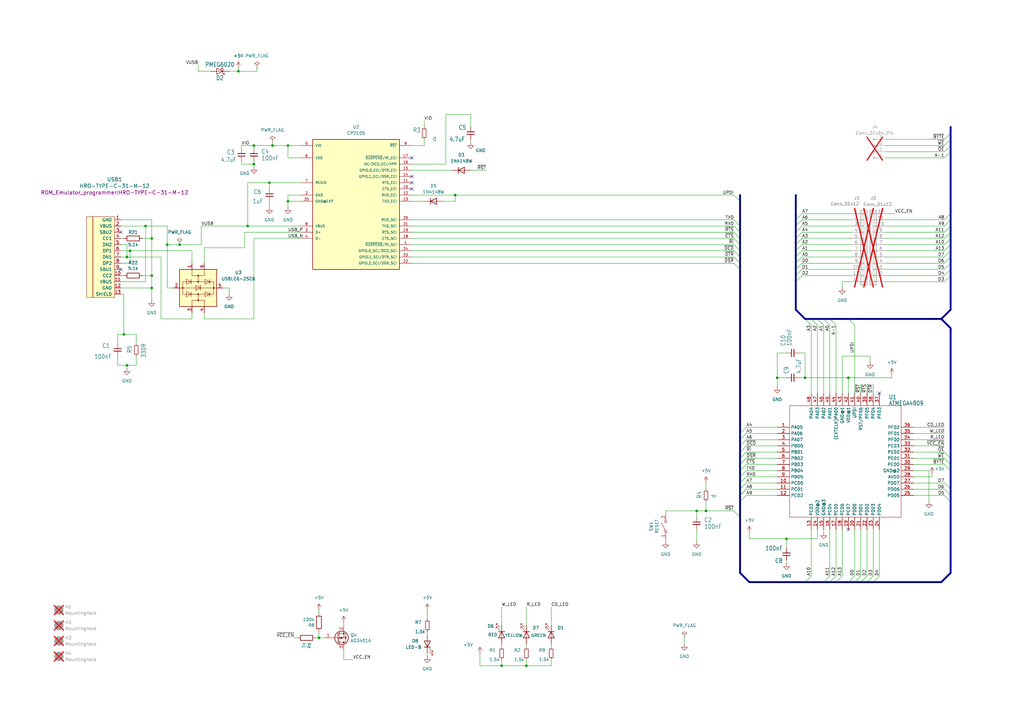
<source format=kicad_sch>
(kicad_sch
	(version 20231120)
	(generator "eeschema")
	(generator_version "8.0")
	(uuid "28fa76d1-9281-4306-81d2-b9e710546d0c")
	(paper "A3")
	(title_block
		(title "ROM Emulator Programmer")
		(date "2024-10-07")
		(rev "0.01")
		(company "Peter & Per")
	)
	
	(junction
		(at 104.14 59.69)
		(diameter 0)
		(color 0 0 0 0)
		(uuid "0b5385ce-6d7b-4b55-aaeb-6bd448fa51f2")
	)
	(junction
		(at 53.34 102.87)
		(diameter 0)
		(color 0 0 0 0)
		(uuid "25fe08f4-9f66-4d53-a6a3-90a9a5f73936")
	)
	(junction
		(at 50.8 137.16)
		(diameter 0)
		(color 0 0 0 0)
		(uuid "27d338ea-17a1-4fb3-a554-8064a82acd68")
	)
	(junction
		(at 347.98 154.94)
		(diameter 0)
		(color 0 0 0 0)
		(uuid "29f471a5-1166-4216-b043-a68044debdba")
	)
	(junction
		(at 285.75 209.55)
		(diameter 0)
		(color 0 0 0 0)
		(uuid "40202182-4f8b-489c-bf19-179a3d99c14c")
	)
	(junction
		(at 215.9 273.05)
		(diameter 0)
		(color 0 0 0 0)
		(uuid "4496bae3-e2ae-48be-8757-c1df244190cc")
	)
	(junction
		(at 118.11 82.55)
		(diameter 0)
		(color 0 0 0 0)
		(uuid "44acbb03-bc4b-41fe-921c-a3df5645d50f")
	)
	(junction
		(at 62.23 113.03)
		(diameter 0)
		(color 0 0 0 0)
		(uuid "49566c78-2e93-4a70-87a7-beae877b2725")
	)
	(junction
		(at 73.66 100.33)
		(diameter 0)
		(color 0 0 0 0)
		(uuid "52aa08b5-ad6f-410c-b3b8-45e39b58c6f8")
	)
	(junction
		(at 62.23 97.79)
		(diameter 0)
		(color 0 0 0 0)
		(uuid "53f90da0-9f08-4abf-bee0-42b3eed651d0")
	)
	(junction
		(at 318.77 154.94)
		(diameter 0)
		(color 0 0 0 0)
		(uuid "5772eb95-057a-49a6-b3fc-f8593202da99")
	)
	(junction
		(at 68.58 100.33)
		(diameter 0)
		(color 0 0 0 0)
		(uuid "5b204ae1-18cb-48a1-8bfc-83bbb69cd4d6")
	)
	(junction
		(at 111.76 59.69)
		(diameter 0)
		(color 0 0 0 0)
		(uuid "6089b4db-b748-4a98-bba0-7baf4fa846ea")
	)
	(junction
		(at 330.2 154.94)
		(diameter 0)
		(color 0 0 0 0)
		(uuid "628920db-d769-4d82-a99e-f8adb116e895")
	)
	(junction
		(at 52.07 149.86)
		(diameter 0)
		(color 0 0 0 0)
		(uuid "6a8a2c7f-5ba8-4b05-aacf-3b126d4ba388")
	)
	(junction
		(at 62.23 118.11)
		(diameter 0)
		(color 0 0 0 0)
		(uuid "83226750-bbd5-4926-bda5-792bd20ce125")
	)
	(junction
		(at 322.58 220.98)
		(diameter 0)
		(color 0 0 0 0)
		(uuid "84f033be-32bb-45a0-9234-97ebb0e46b3b")
	)
	(junction
		(at 289.56 209.55)
		(diameter 0)
		(color 0 0 0 0)
		(uuid "91d43dd0-c31b-46ea-9ed7-629a15b71800")
	)
	(junction
		(at 386.08 130.81)
		(diameter 0)
		(color 0 0 0 0)
		(uuid "9410afe5-3f02-4941-bdbd-949a040e381b")
	)
	(junction
		(at 59.69 92.71)
		(diameter 0)
		(color 0 0 0 0)
		(uuid "95f4ad0f-cbf7-4f0b-853d-1e746aca63b5")
	)
	(junction
		(at 205.74 273.05)
		(diameter 0)
		(color 0 0 0 0)
		(uuid "9db3b82e-e985-4496-95e4-f3e725665b57")
	)
	(junction
		(at 186.69 80.01)
		(diameter 0)
		(color 0 0 0 0)
		(uuid "a97b8538-8868-4c67-87dc-9c75a17457dd")
	)
	(junction
		(at 110.49 74.93)
		(diameter 0)
		(color 0 0 0 0)
		(uuid "af5c349c-66b5-43b0-a637-fea17f1e5d60")
	)
	(junction
		(at 101.6 92.71)
		(diameter 0)
		(color 0 0 0 0)
		(uuid "b38c8910-4c02-41f0-9567-6d3b980b688e")
	)
	(junction
		(at 118.11 59.69)
		(diameter 0)
		(color 0 0 0 0)
		(uuid "d1c33426-9b4a-480f-9814-693db41836a2")
	)
	(junction
		(at 104.14 67.31)
		(diameter 0)
		(color 0 0 0 0)
		(uuid "d1d8163b-99fe-424b-92b5-80e4223e279b")
	)
	(junction
		(at 52.07 105.41)
		(diameter 0)
		(color 0 0 0 0)
		(uuid "de18eed2-d3aa-482d-a7b7-d338c262e634")
	)
	(junction
		(at 97.79 29.21)
		(diameter 0)
		(color 0 0 0 0)
		(uuid "e4e4fe5a-3b98-499f-84a0-64c80cf04e96")
	)
	(junction
		(at 130.81 261.62)
		(diameter 0)
		(color 0 0 0 0)
		(uuid "f21ae05e-3001-43fa-b13c-5e5b5e370dd5")
	)
	(no_connect
		(at 168.91 64.77)
		(uuid "090c0de3-97af-4e8e-bfe6-69367e37f199")
	)
	(no_connect
		(at 168.91 74.93)
		(uuid "12832370-4dac-4ce6-8f2c-df6c1ea3d5ae")
	)
	(no_connect
		(at 49.53 110.49)
		(uuid "327264a2-1cde-4c2c-b205-7c14a5dbbf5c")
	)
	(no_connect
		(at 347.98 217.17)
		(uuid "33e031f8-b2bf-43a8-b45b-02363745e06c")
	)
	(no_connect
		(at 360.68 161.29)
		(uuid "5fbbfa6c-c786-43cd-9118-9a1148b6cd4a")
	)
	(no_connect
		(at 168.91 77.47)
		(uuid "8efa0d27-6872-43fc-8392-0c22425b8e3c")
	)
	(no_connect
		(at 168.91 72.39)
		(uuid "d0388342-f54d-4480-acf7-ab6137699ac5")
	)
	(no_connect
		(at 49.53 95.25)
		(uuid "e958ab6e-b7bc-41aa-8552-74f8a03fb1a1")
	)
	(bus_entry
		(at 328.93 113.03)
		(size -2.54 2.54)
		(stroke
			(width 0)
			(type default)
		)
		(uuid "0aa1af16-689c-411d-94ed-9d2f18765aea")
	)
	(bus_entry
		(at 387.35 59.69)
		(size 2.54 -2.54)
		(stroke
			(width 0)
			(type default)
		)
		(uuid "16a685a5-abe1-429b-a85b-7fb5aeb91a98")
	)
	(bus_entry
		(at 328.93 87.63)
		(size -2.54 2.54)
		(stroke
			(width 0)
			(type default)
		)
		(uuid "16fb4579-8076-4569-a889-c74fb0a44e57")
	)
	(bus_entry
		(at 387.35 102.87)
		(size 2.54 -2.54)
		(stroke
			(width 0)
			(type default)
		)
		(uuid "17afc67b-cb84-41c7-a0d3-859bf042dd44")
	)
	(bus_entry
		(at 360.68 236.22)
		(size -2.54 2.54)
		(stroke
			(width 0)
			(type default)
		)
		(uuid "1910cc65-d552-4ede-8a47-7bb05d228f88")
	)
	(bus_entry
		(at 387.35 92.71)
		(size 2.54 -2.54)
		(stroke
			(width 0)
			(type default)
		)
		(uuid "1be8e402-e8e0-462a-9c1d-8b35ca998292")
	)
	(bus_entry
		(at 306.07 185.42)
		(size -2.54 2.54)
		(stroke
			(width 0)
			(type default)
		)
		(uuid "1c3fbe6f-ce20-4496-b063-95809e974a7d")
	)
	(bus_entry
		(at 387.35 107.95)
		(size 2.54 -2.54)
		(stroke
			(width 0)
			(type default)
		)
		(uuid "20bfcef1-00cc-4234-972e-37a3aca6546c")
	)
	(bus_entry
		(at 342.9 236.22)
		(size -2.54 2.54)
		(stroke
			(width 0)
			(type default)
		)
		(uuid "232552e6-d3ce-4323-9878-9d0a815a4fb0")
	)
	(bus_entry
		(at 387.35 95.25)
		(size 2.54 -2.54)
		(stroke
			(width 0)
			(type default)
		)
		(uuid "2485caa4-edea-47d3-8564-cee6ac5cd45e")
	)
	(bus_entry
		(at 328.93 97.79)
		(size -2.54 2.54)
		(stroke
			(width 0)
			(type default)
		)
		(uuid "25026f63-23a1-4fdd-9ba1-d57454297aad")
	)
	(bus_entry
		(at 306.07 200.66)
		(size -2.54 2.54)
		(stroke
			(width 0)
			(type default)
		)
		(uuid "25935f77-39bc-4b3c-a923-1df4383556b3")
	)
	(bus_entry
		(at 306.07 177.8)
		(size -2.54 2.54)
		(stroke
			(width 0)
			(type default)
		)
		(uuid "25ab4834-eba0-46db-85de-b05220deb2bd")
	)
	(bus_entry
		(at 342.9 133.35)
		(size -2.54 -2.54)
		(stroke
			(width 0)
			(type default)
		)
		(uuid "28dc474f-e6e9-4bfe-aaa4-5cf8802ba712")
	)
	(bus_entry
		(at 387.35 200.66)
		(size 2.54 2.54)
		(stroke
			(width 0)
			(type default)
		)
		(uuid "2c1f6dc9-e875-485a-8268-d7844c713a09")
	)
	(bus_entry
		(at 328.93 100.33)
		(size -2.54 2.54)
		(stroke
			(width 0)
			(type default)
		)
		(uuid "2efdf071-883b-4862-b301-80ffe5be0ca0")
	)
	(bus_entry
		(at 387.35 57.15)
		(size 2.54 -2.54)
		(stroke
			(width 0)
			(type default)
		)
		(uuid "2f3f09fe-9c8f-4565-89a0-4fda67bdfe1e")
	)
	(bus_entry
		(at 387.35 110.49)
		(size 2.54 -2.54)
		(stroke
			(width 0)
			(type default)
		)
		(uuid "306f09d3-c117-4330-9407-5c4d49ce0b53")
	)
	(bus_entry
		(at 337.82 133.35)
		(size -2.54 -2.54)
		(stroke
			(width 0)
			(type default)
		)
		(uuid "33649431-c1c8-43cd-9acd-2c9a7d3321e8")
	)
	(bus_entry
		(at 387.35 97.79)
		(size 2.54 -2.54)
		(stroke
			(width 0)
			(type default)
		)
		(uuid "35824b65-6ec4-46e2-b5c4-eac478b69c2b")
	)
	(bus_entry
		(at 300.99 105.41)
		(size 2.54 2.54)
		(stroke
			(width 0)
			(type default)
		)
		(uuid "41561966-8ce9-4c7a-a28a-d6e52c61b8ce")
	)
	(bus_entry
		(at 300.99 100.33)
		(size 2.54 2.54)
		(stroke
			(width 0)
			(type default)
		)
		(uuid "4156a1e4-6ae9-411f-b3d8-d905c130f96f")
	)
	(bus_entry
		(at 306.07 187.96)
		(size -2.54 2.54)
		(stroke
			(width 0)
			(type default)
		)
		(uuid "4c46db71-2e10-4a72-a085-5d498e5d9b46")
	)
	(bus_entry
		(at 387.35 64.77)
		(size 2.54 -2.54)
		(stroke
			(width 0)
			(type default)
		)
		(uuid "4c7cc51e-3724-449d-adbb-3ea092cbc57e")
	)
	(bus_entry
		(at 355.6 236.22)
		(size -2.54 2.54)
		(stroke
			(width 0)
			(type default)
		)
		(uuid "5015131d-c2ac-424e-a78c-0a05714f6fac")
	)
	(bus_entry
		(at 328.93 90.17)
		(size -2.54 2.54)
		(stroke
			(width 0)
			(type default)
		)
		(uuid "51bbb9fa-f4ea-4874-a7d9-4741da0d4ce4")
	)
	(bus_entry
		(at 306.07 190.5)
		(size -2.54 2.54)
		(stroke
			(width 0)
			(type default)
		)
		(uuid "52937965-f49c-46fc-9cc9-fc7cc3e135ff")
	)
	(bus_entry
		(at 300.99 97.79)
		(size 2.54 2.54)
		(stroke
			(width 0)
			(type default)
		)
		(uuid "558d7629-867b-469a-a58d-ad7b8bd48af8")
	)
	(bus_entry
		(at 328.93 102.87)
		(size -2.54 2.54)
		(stroke
			(width 0)
			(type default)
		)
		(uuid "57919088-5913-4eda-b3f9-047a2b97203c")
	)
	(bus_entry
		(at 358.14 236.22)
		(size -2.54 2.54)
		(stroke
			(width 0)
			(type default)
		)
		(uuid "58c68571-7bb1-4e02-969f-0f375d588f18")
	)
	(bus_entry
		(at 306.07 198.12)
		(size -2.54 2.54)
		(stroke
			(width 0)
			(type default)
		)
		(uuid "5d39ca08-1f9e-4a7f-b076-da956f2d39f8")
	)
	(bus_entry
		(at 300.99 90.17)
		(size 2.54 2.54)
		(stroke
			(width 0)
			(type default)
		)
		(uuid "668eecfb-898e-4f3f-9125-ea0e2700ea44")
	)
	(bus_entry
		(at 306.07 180.34)
		(size -2.54 2.54)
		(stroke
			(width 0)
			(type default)
		)
		(uuid "66fa855d-9aab-4934-a28c-54da3fba9912")
	)
	(bus_entry
		(at 387.35 62.23)
		(size 2.54 -2.54)
		(stroke
			(width 0)
			(type default)
		)
		(uuid "69305812-d088-44f4-85c7-a578cdaed436")
	)
	(bus_entry
		(at 387.35 185.42)
		(size 2.54 2.54)
		(stroke
			(width 0)
			(type default)
		)
		(uuid "71ae20e8-c87e-4827-916b-ba5efd75b6be")
	)
	(bus_entry
		(at 387.35 100.33)
		(size 2.54 -2.54)
		(stroke
			(width 0)
			(type default)
		)
		(uuid "7224c973-9db9-4da6-acd6-6fbf779b56fb")
	)
	(bus_entry
		(at 332.74 236.22)
		(size -2.54 2.54)
		(stroke
			(width 0)
			(type default)
		)
		(uuid "7579ff0e-c314-44ab-a8a0-47817b1c8abb")
	)
	(bus_entry
		(at 306.07 193.04)
		(size -2.54 2.54)
		(stroke
			(width 0)
			(type default)
		)
		(uuid "7c422821-4b95-406d-916e-9666fd8aa869")
	)
	(bus_entry
		(at 300.99 80.01)
		(size 2.54 2.54)
		(stroke
			(width 0)
			(type default)
		)
		(uuid "7c9b0bd5-fae6-4cfe-a80f-1c525793abb9")
	)
	(bus_entry
		(at 387.35 113.03)
		(size 2.54 -2.54)
		(stroke
			(width 0)
			(type default)
		)
		(uuid "7f71c6f6-fc39-480a-870c-642f356424fe")
	)
	(bus_entry
		(at 328.93 92.71)
		(size -2.54 2.54)
		(stroke
			(width 0)
			(type default)
		)
		(uuid "7fb0f4c9-65d2-4a8f-a048-ee7a67f238b2")
	)
	(bus_entry
		(at 306.07 200.66)
		(size -2.54 2.54)
		(stroke
			(width 0)
			(type default)
		)
		(uuid "842ecb31-5cfe-4144-8683-3c6d1331ff77")
	)
	(bus_entry
		(at 387.35 90.17)
		(size 2.54 -2.54)
		(stroke
			(width 0)
			(type default)
		)
		(uuid "85859c3c-9ec5-4020-b4b2-424ee21c7f31")
	)
	(bus_entry
		(at 328.93 95.25)
		(size -2.54 2.54)
		(stroke
			(width 0)
			(type default)
		)
		(uuid "866292a7-49b7-4edc-a078-0b67d6d4ae4c")
	)
	(bus_entry
		(at 340.36 236.22)
		(size -2.54 2.54)
		(stroke
			(width 0)
			(type default)
		)
		(uuid "8790097f-ce2c-4cee-974d-6aba0753c60f")
	)
	(bus_entry
		(at 387.35 105.41)
		(size 2.54 -2.54)
		(stroke
			(width 0)
			(type default)
		)
		(uuid "92d378de-bc20-41a0-a9b1-dc67fc4b1c50")
	)
	(bus_entry
		(at 306.07 203.2)
		(size -2.54 2.54)
		(stroke
			(width 0)
			(type default)
		)
		(uuid "9e30d67c-3181-421c-aea0-c2f47e295343")
	)
	(bus_entry
		(at 387.35 198.12)
		(size 2.54 2.54)
		(stroke
			(width 0)
			(type default)
		)
		(uuid "a09ab4d8-6519-4e2b-a8eb-bd4d95fb7897")
	)
	(bus_entry
		(at 306.07 195.58)
		(size -2.54 2.54)
		(stroke
			(width 0)
			(type default)
		)
		(uuid "a146ad34-41ff-4206-a19d-0be39c0cd6ab")
	)
	(bus_entry
		(at 387.35 187.96)
		(size 2.54 2.54)
		(stroke
			(width 0)
			(type default)
		)
		(uuid "a3a8ab07-58fb-49b6-8265-0000d373c0f4")
	)
	(bus_entry
		(at 328.93 107.95)
		(size -2.54 2.54)
		(stroke
			(width 0)
			(type default)
		)
		(uuid "ae2c274e-1b19-43dc-ba01-7842f12c853c")
	)
	(bus_entry
		(at 345.44 236.22)
		(size -2.54 2.54)
		(stroke
			(width 0)
			(type default)
		)
		(uuid "ae907c98-f150-4cfe-8683-866f547cddc3")
	)
	(bus_entry
		(at 328.93 105.41)
		(size -2.54 2.54)
		(stroke
			(width 0)
			(type default)
		)
		(uuid "aec6c226-2370-48f5-a6b8-7c050a1b034a")
	)
	(bus_entry
		(at 387.35 115.57)
		(size 2.54 -2.54)
		(stroke
			(width 0)
			(type default)
		)
		(uuid "b52cd8fb-a4e1-485e-8296-2595c0d87705")
	)
	(bus_entry
		(at 300.99 102.87)
		(size 2.54 2.54)
		(stroke
			(width 0)
			(type default)
		)
		(uuid "b53122d2-eec9-44fe-8e5a-40a0f193d651")
	)
	(bus_entry
		(at 300.99 95.25)
		(size 2.54 2.54)
		(stroke
			(width 0)
			(type default)
		)
		(uuid "b648e4ff-6e3d-45f7-8e9a-0c189b6194fb")
	)
	(bus_entry
		(at 340.36 133.35)
		(size -2.54 -2.54)
		(stroke
			(width 0)
			(type default)
		)
		(uuid "b71aef7b-0325-4713-b6e1-27f4aba133ac")
	)
	(bus_entry
		(at 328.93 110.49)
		(size -2.54 2.54)
		(stroke
			(width 0)
			(type default)
		)
		(uuid "b943ddf4-d7e8-49fe-a5a8-27433629e951")
	)
	(bus_entry
		(at 300.99 107.95)
		(size 2.54 2.54)
		(stroke
			(width 0)
			(type default)
		)
		(uuid "b96dd574-2a3c-41fa-b03c-30393e032c33")
	)
	(bus_entry
		(at 300.99 209.55)
		(size 2.54 2.54)
		(stroke
			(width 0)
			(type default)
		)
		(uuid "bd83e3c9-e2a7-47a7-abc0-eefb902aac33")
	)
	(bus_entry
		(at 332.74 133.35)
		(size -2.54 -2.54)
		(stroke
			(width 0)
			(type default)
		)
		(uuid "be8ad4d9-f125-45ee-84c7-8700267dc8d3")
	)
	(bus_entry
		(at 300.99 92.71)
		(size 2.54 2.54)
		(stroke
			(width 0)
			(type default)
		)
		(uuid "bea0c759-31a1-4d60-a9af-0439140837d9")
	)
	(bus_entry
		(at 387.35 190.5)
		(size 2.54 2.54)
		(stroke
			(width 0)
			(type default)
		)
		(uuid "c51268ad-6885-4322-8e4d-c67d857e3d23")
	)
	(bus_entry
		(at 353.06 236.22)
		(size -2.54 2.54)
		(stroke
			(width 0)
			(type default)
		)
		(uuid "cf1061d4-aedb-44b3-afee-d2e2aef0f8d9")
	)
	(bus_entry
		(at 306.07 182.88)
		(size -2.54 2.54)
		(stroke
			(width 0)
			(type default)
		)
		(uuid "e3849443-c14b-42b0-8661-ae5416d57985")
	)
	(bus_entry
		(at 306.07 175.26)
		(size -2.54 2.54)
		(stroke
			(width 0)
			(type default)
		)
		(uuid "e3aec4cb-12fc-4eec-864a-0cb00c18c397")
	)
	(bus_entry
		(at 387.35 203.2)
		(size 2.54 2.54)
		(stroke
			(width 0)
			(type default)
		)
		(uuid "e9354dbe-5ab2-445d-afa8-6c25f014f2ea")
	)
	(bus_entry
		(at 335.28 133.35)
		(size -2.54 -2.54)
		(stroke
			(width 0)
			(type default)
		)
		(uuid "eb4e5123-fe35-45e0-a9e4-095e9ee5ea6b")
	)
	(bus_entry
		(at 350.52 236.22)
		(size -2.54 2.54)
		(stroke
			(width 0)
			(type default)
		)
		(uuid "ef562df2-da45-448a-b1c9-9e75f319a6fb")
	)
	(bus_entry
		(at 350.52 133.35)
		(size -2.54 -2.54)
		(stroke
			(width 0)
			(type default)
		)
		(uuid "f94ee951-5821-4e10-8d0b-78426479034e")
	)
	(bus
		(pts
			(xy 389.89 102.87) (xy 389.89 105.41)
		)
		(stroke
			(width 0.762)
			(type solid)
		)
		(uuid "009e38fb-06d8-4f52-a649-342a66806d07")
	)
	(wire
		(pts
			(xy 347.98 154.94) (xy 365.76 154.94)
		)
		(stroke
			(width 0.1524)
			(type solid)
		)
		(uuid "013a424d-0c63-410d-a030-e123de418a7b")
	)
	(wire
		(pts
			(xy 62.23 97.79) (xy 62.23 113.03)
		)
		(stroke
			(width 0)
			(type default)
		)
		(uuid "015919bb-bf9a-4193-8487-a1d36051865d")
	)
	(wire
		(pts
			(xy 205.74 264.16) (xy 205.74 265.43)
		)
		(stroke
			(width 0)
			(type default)
		)
		(uuid "019ac63c-afae-46e9-bd5b-ec9a0adbeb52")
	)
	(wire
		(pts
			(xy 118.11 80.01) (xy 123.19 80.01)
		)
		(stroke
			(width 0)
			(type default)
		)
		(uuid "02d65cb0-0e69-4a07-b93e-d030d43779a5")
	)
	(wire
		(pts
			(xy 168.91 102.87) (xy 300.99 102.87)
		)
		(stroke
			(width 0)
			(type default)
		)
		(uuid "02e5e938-27fe-4ee3-bf7f-0effc7bb3ed4")
	)
	(wire
		(pts
			(xy 130.81 261.62) (xy 133.35 261.62)
		)
		(stroke
			(width 0)
			(type default)
		)
		(uuid "0381a88b-5251-4399-bd12-fa44317dd30d")
	)
	(wire
		(pts
			(xy 374.65 193.04) (xy 381 193.04)
		)
		(stroke
			(width 0)
			(type default)
		)
		(uuid "042e4ed2-7259-4e1d-bf91-590c01946f4d")
	)
	(bus
		(pts
			(xy 326.39 92.71) (xy 326.39 90.17)
		)
		(stroke
			(width 0.762)
			(type solid)
		)
		(uuid "0509aad3-98e1-46b0-b088-0edb29aa5c30")
	)
	(bus
		(pts
			(xy 303.53 190.5) (xy 303.53 193.04)
		)
		(stroke
			(width 0.762)
			(type solid)
		)
		(uuid "060f7903-b599-4c80-b0f7-bdff8b1c5c0e")
	)
	(bus
		(pts
			(xy 389.89 110.49) (xy 389.89 113.03)
		)
		(stroke
			(width 0.762)
			(type solid)
		)
		(uuid "0752531a-d6a4-4814-85e2-02e48ec0dbe8")
	)
	(wire
		(pts
			(xy 55.88 149.86) (xy 55.88 146.05)
		)
		(stroke
			(width 0)
			(type default)
		)
		(uuid "07bff6b7-ae9d-4c0f-8cda-c7008b425773")
	)
	(wire
		(pts
			(xy 349.25 105.41) (xy 328.93 105.41)
		)
		(stroke
			(width 0)
			(type default)
		)
		(uuid "08393765-15ca-4832-89b7-61d85d407e61")
	)
	(wire
		(pts
			(xy 318.77 158.75) (xy 318.77 154.94)
		)
		(stroke
			(width 0)
			(type default)
		)
		(uuid "09c3e1ac-4617-482c-9e3c-dd2907fcde2d")
	)
	(wire
		(pts
			(xy 66.04 105.41) (xy 66.04 130.81)
		)
		(stroke
			(width 0)
			(type default)
		)
		(uuid "0a049206-63c3-45b7-81ea-36e71c351f4c")
	)
	(bus
		(pts
			(xy 303.53 193.04) (xy 303.53 195.58)
		)
		(stroke
			(width 0.762)
			(type solid)
		)
		(uuid "0ccce800-0a2f-4e70-8493-346e3a264df8")
	)
	(wire
		(pts
			(xy 118.11 64.77) (xy 123.19 64.77)
		)
		(stroke
			(width 0)
			(type default)
		)
		(uuid "0d7c5090-992e-49c1-a8ae-8b1184974944")
	)
	(wire
		(pts
			(xy 363.22 87.63) (xy 367.03 87.63)
		)
		(stroke
			(width 0)
			(type default)
		)
		(uuid "0e2acd85-a123-41b7-93c4-ab43a356d450")
	)
	(wire
		(pts
			(xy 349.25 100.33) (xy 328.93 100.33)
		)
		(stroke
			(width 0)
			(type default)
		)
		(uuid "0ebfff8f-895d-414b-8952-e54f5e5af4a5")
	)
	(wire
		(pts
			(xy 111.76 58.42) (xy 111.76 59.69)
		)
		(stroke
			(width 0)
			(type default)
		)
		(uuid "104ed818-a58a-4426-973c-f6985944d838")
	)
	(wire
		(pts
			(xy 327.66 154.94) (xy 330.2 154.94)
		)
		(stroke
			(width 0.1524)
			(type solid)
		)
		(uuid "11212c01-7978-4656-a750-69f7b1e63e9f")
	)
	(bus
		(pts
			(xy 389.89 113.03) (xy 389.89 127)
		)
		(stroke
			(width 0.762)
			(type solid)
		)
		(uuid "1177ab42-a473-4fd1-9ba0-7f73b4985297")
	)
	(wire
		(pts
			(xy 186.69 80.01) (xy 300.99 80.01)
		)
		(stroke
			(width 0)
			(type default)
		)
		(uuid "11a0e260-3203-4065-9e9c-7bc37bdd6ac9")
	)
	(wire
		(pts
			(xy 168.91 97.79) (xy 300.99 97.79)
		)
		(stroke
			(width 0)
			(type default)
		)
		(uuid "126eff1f-19f5-4602-80e8-8266daf4f87e")
	)
	(wire
		(pts
			(xy 349.25 90.17) (xy 328.93 90.17)
		)
		(stroke
			(width 0)
			(type default)
		)
		(uuid "12c7cffc-e85d-4800-9f6d-b94edff32052")
	)
	(bus
		(pts
			(xy 342.9 238.76) (xy 347.98 238.76)
		)
		(stroke
			(width 0.762)
			(type solid)
		)
		(uuid "1300f3ec-1477-4228-9d48-992c9e0a6f65")
	)
	(wire
		(pts
			(xy 182.88 67.31) (xy 182.88 46.99)
		)
		(stroke
			(width 0)
			(type default)
		)
		(uuid "14012df3-337f-47a2-b262-561a05ce5faa")
	)
	(bus
		(pts
			(xy 350.52 238.76) (xy 353.06 238.76)
		)
		(stroke
			(width 0.762)
			(type solid)
		)
		(uuid "16235157-2cf7-4cf5-b472-e5bef53e0c1b")
	)
	(bus
		(pts
			(xy 353.06 238.76) (xy 355.6 238.76)
		)
		(stroke
			(width 0.762)
			(type solid)
		)
		(uuid "1744e8ae-2f53-4a25-b5a2-90744d83b232")
	)
	(bus
		(pts
			(xy 389.89 97.79) (xy 389.89 100.33)
		)
		(stroke
			(width 0.762)
			(type solid)
		)
		(uuid "1756d4fc-8430-4535-8587-3ddbfc109c60")
	)
	(bus
		(pts
			(xy 326.39 105.41) (xy 326.39 102.87)
		)
		(stroke
			(width 0.762)
			(type solid)
		)
		(uuid "18ad8ee6-dda0-42f9-9290-c2e84f19e80d")
	)
	(wire
		(pts
			(xy 50.8 120.65) (xy 50.8 137.16)
		)
		(stroke
			(width 0)
			(type default)
		)
		(uuid "19dc7b7f-6577-468e-a23e-44c9c4f02c8a")
	)
	(bus
		(pts
			(xy 303.53 100.33) (xy 303.53 102.87)
		)
		(stroke
			(width 0.762)
			(type solid)
		)
		(uuid "1a9cf1bb-7c40-4a46-a332-42c11e8ad0e6")
	)
	(wire
		(pts
			(xy 196.85 267.97) (xy 196.85 273.05)
		)
		(stroke
			(width 0)
			(type default)
		)
		(uuid "1b9f7f01-7362-440f-b836-47170616eaf5")
	)
	(wire
		(pts
			(xy 318.77 187.96) (xy 306.07 187.96)
		)
		(stroke
			(width 0.1524)
			(type solid)
		)
		(uuid "1ce66a5d-c3ef-4e46-a69c-19befb9b09d5")
	)
	(wire
		(pts
			(xy 52.07 149.86) (xy 52.07 151.13)
		)
		(stroke
			(width 0)
			(type default)
		)
		(uuid "1e4fc8f8-f593-4a29-b4cd-70d9837add59")
	)
	(wire
		(pts
			(xy 318.77 195.58) (xy 306.07 195.58)
		)
		(stroke
			(width 0.1524)
			(type solid)
		)
		(uuid "1eab1aa2-e84d-4cc1-b606-b47612e8b88b")
	)
	(wire
		(pts
			(xy 318.77 154.94) (xy 322.58 154.94)
		)
		(stroke
			(width 0)
			(type default)
		)
		(uuid "1eb334ba-07be-46cf-91b9-6057a111fdcb")
	)
	(wire
		(pts
			(xy 62.23 113.03) (xy 62.23 118.11)
		)
		(stroke
			(width 0)
			(type default)
		)
		(uuid "1ec0a4bb-c245-46b2-b58d-26cdaf073780")
	)
	(wire
		(pts
			(xy 374.65 175.26) (xy 387.35 175.26)
		)
		(stroke
			(width 0)
			(type default)
		)
		(uuid "1ef0529d-7bf0-43a1-83c1-ee2096199477")
	)
	(wire
		(pts
			(xy 349.25 92.71) (xy 328.93 92.71)
		)
		(stroke
			(width 0)
			(type default)
		)
		(uuid "2018ab69-1b58-4b1c-be6d-630c9493131b")
	)
	(wire
		(pts
			(xy 340.36 161.29) (xy 340.36 133.35)
		)
		(stroke
			(width 0.1524)
			(type solid)
		)
		(uuid "20fb9ccb-4ef5-469b-88ab-fd2d1ed94c7e")
	)
	(wire
		(pts
			(xy 273.05 220.98) (xy 273.05 222.25)
		)
		(stroke
			(width 0)
			(type default)
		)
		(uuid "214a7ee8-8efd-4ad8-a40a-91e79ad8be86")
	)
	(wire
		(pts
			(xy 363.22 92.71) (xy 387.35 92.71)
		)
		(stroke
			(width 0)
			(type default)
		)
		(uuid "21d72ae5-41c2-4531-8ed7-777e28225e5c")
	)
	(wire
		(pts
			(xy 111.76 59.69) (xy 118.11 59.69)
		)
		(stroke
			(width 0)
			(type default)
		)
		(uuid "2258a772-d79e-4979-9604-3f6daa239910")
	)
	(wire
		(pts
			(xy 53.34 102.87) (xy 78.74 102.87)
		)
		(stroke
			(width 0)
			(type default)
		)
		(uuid "22be691a-d2f7-4b76-82b7-b3454c5f6574")
	)
	(wire
		(pts
			(xy 62.23 118.11) (xy 62.23 123.19)
		)
		(stroke
			(width 0)
			(type default)
		)
		(uuid "2300fff3-6ac5-49f7-85d8-0262eb9d8349")
	)
	(bus
		(pts
			(xy 303.53 200.66) (xy 303.53 198.12)
		)
		(stroke
			(width 0.762)
			(type solid)
		)
		(uuid "2378be87-b70d-48b9-9032-240b9e5821df")
	)
	(wire
		(pts
			(xy 273.05 209.55) (xy 285.75 209.55)
		)
		(stroke
			(width 0.1524)
			(type solid)
		)
		(uuid "23ae37f7-0064-4193-ab8e-d6a22a1e843d")
	)
	(bus
		(pts
			(xy 326.39 107.95) (xy 326.39 105.41)
		)
		(stroke
			(width 0.762)
			(type solid)
		)
		(uuid "23b08d59-f152-479e-8bfd-78fe22932cfc")
	)
	(bus
		(pts
			(xy 389.89 62.23) (xy 389.89 87.63)
		)
		(stroke
			(width 0.762)
			(type solid)
		)
		(uuid "24dd2c5d-86f0-4ec5-b6e4-6ee4c7cab5bd")
	)
	(bus
		(pts
			(xy 307.34 238.76) (xy 303.53 234.95)
		)
		(stroke
			(width 0.762)
			(type solid)
		)
		(uuid "24f9edcc-32d4-4da1-92c1-6a803eab182c")
	)
	(wire
		(pts
			(xy 168.91 80.01) (xy 186.69 80.01)
		)
		(stroke
			(width 0)
			(type default)
		)
		(uuid "251570e9-261b-4a97-8ec1-de8152174fc7")
	)
	(wire
		(pts
			(xy 55.88 137.16) (xy 55.88 140.97)
		)
		(stroke
			(width 0)
			(type default)
		)
		(uuid "252b2c5f-8382-4038-b564-9a6dc9fbc0ae")
	)
	(wire
		(pts
			(xy 105.41 29.21) (xy 105.41 27.94)
		)
		(stroke
			(width 0)
			(type default)
		)
		(uuid "25e47d13-f83c-4b36-918e-de41ac914996")
	)
	(bus
		(pts
			(xy 303.53 203.2) (xy 303.53 205.74)
		)
		(stroke
			(width 0.762)
			(type solid)
		)
		(uuid "27755419-bda5-4635-9da3-d7b708346a7f")
	)
	(wire
		(pts
			(xy 83.82 101.6) (xy 100.33 101.6)
		)
		(stroke
			(width 0)
			(type default)
		)
		(uuid "2a3b960c-773a-41b4-b2d0-93e681f5f43b")
	)
	(bus
		(pts
			(xy 326.39 80.01) (xy 326.39 90.17)
		)
		(stroke
			(width 0.762)
			(type solid)
		)
		(uuid "2ba86e6b-d314-4e63-a775-66d93ff94e5a")
	)
	(wire
		(pts
			(xy 205.74 270.51) (xy 205.74 273.05)
		)
		(stroke
			(width 0.1524)
			(type solid)
		)
		(uuid "2bad68dc-297b-4555-85f6-d6361423eb7c")
	)
	(bus
		(pts
			(xy 303.53 107.95) (xy 303.53 110.49)
		)
		(stroke
			(width 0.762)
			(type solid)
		)
		(uuid "2cc63d86-c6c4-449b-8f56-235a189fb9cc")
	)
	(wire
		(pts
			(xy 318.77 144.78) (xy 322.58 144.78)
		)
		(stroke
			(width 0)
			(type default)
		)
		(uuid "2cfda724-8e8a-41e3-80f9-005fa80ad197")
	)
	(wire
		(pts
			(xy 49.53 92.71) (xy 59.69 92.71)
		)
		(stroke
			(width 0)
			(type default)
		)
		(uuid "2de501c6-8a0d-43ab-a625-7e56e9567fee")
	)
	(bus
		(pts
			(xy 358.14 238.76) (xy 386.08 238.76)
		)
		(stroke
			(width 0.762)
			(type solid)
		)
		(uuid "2e71ef3f-af3f-44df-8112-312e0ae37782")
	)
	(wire
		(pts
			(xy 363.22 115.57) (xy 387.35 115.57)
		)
		(stroke
			(width 0)
			(type default)
		)
		(uuid "2f04fef7-6359-4dee-97c3-872a2308cf02")
	)
	(bus
		(pts
			(xy 332.74 130.81) (xy 330.2 130.81)
		)
		(stroke
			(width 0.762)
			(type solid)
		)
		(uuid "2fd66dbb-d7f1-42f5-8a28-156223f96917")
	)
	(wire
		(pts
			(xy 118.11 85.09) (xy 118.11 82.55)
		)
		(stroke
			(width 0)
			(type default)
		)
		(uuid "30aa98d9-1505-4013-8b37-7de86a96b256")
	)
	(bus
		(pts
			(xy 389.89 234.95) (xy 389.89 205.74)
		)
		(stroke
			(width 0.762)
			(type solid)
		)
		(uuid "30b3fd97-8875-468e-8bbd-29b1e6ea0f41")
	)
	(wire
		(pts
			(xy 118.11 82.55) (xy 123.19 82.55)
		)
		(stroke
			(width 0)
			(type default)
		)
		(uuid "30cf7ec6-ffbb-4901-a6d5-6acf43df118b")
	)
	(wire
		(pts
			(xy 356.87 148.59) (xy 356.87 146.05)
		)
		(stroke
			(width 0)
			(type default)
		)
		(uuid "31868d51-0a97-4c33-95c5-57011daea4f7")
	)
	(wire
		(pts
			(xy 83.82 101.6) (xy 83.82 107.95)
		)
		(stroke
			(width 0)
			(type default)
		)
		(uuid "31ab0e6a-1775-47d6-94e6-3ae0481e6615")
	)
	(wire
		(pts
			(xy 289.56 198.12) (xy 289.56 200.66)
		)
		(stroke
			(width 0)
			(type default)
		)
		(uuid "33d513a6-20af-47f1-923c-fe81feee2e85")
	)
	(wire
		(pts
			(xy 58.42 97.79) (xy 62.23 97.79)
		)
		(stroke
			(width 0)
			(type default)
		)
		(uuid "34913f22-09d2-4c06-8649-234e8665a34d")
	)
	(wire
		(pts
			(xy 104.14 59.69) (xy 104.14 60.96)
		)
		(stroke
			(width 0)
			(type default)
		)
		(uuid "34da4228-f370-437c-b988-f24ea289f74e")
	)
	(bus
		(pts
			(xy 389.89 200.66) (xy 389.89 193.04)
		)
		(stroke
			(width 0.762)
			(type solid)
		)
		(uuid "35137d75-cbac-4a59-9a03-826fe702466c")
	)
	(wire
		(pts
			(xy 328.93 107.95) (xy 349.25 107.95)
		)
		(stroke
			(width 0)
			(type default)
		)
		(uuid "35ab9d8f-d203-46b2-bd98-94bb4d97c0ea")
	)
	(wire
		(pts
			(xy 289.56 209.55) (xy 300.99 209.55)
		)
		(stroke
			(width 0.1524)
			(type solid)
		)
		(uuid "3619a9af-b27a-444f-a2e8-996126967f4b")
	)
	(wire
		(pts
			(xy 101.6 74.93) (xy 110.49 74.93)
		)
		(stroke
			(width 0)
			(type default)
		)
		(uuid "3702beb1-ef23-46a7-a680-821301fc96df")
	)
	(wire
		(pts
			(xy 129.54 261.62) (xy 130.81 261.62)
		)
		(stroke
			(width 0)
			(type default)
		)
		(uuid "3766d906-4b6b-4091-b532-dc0a3179d153")
	)
	(wire
		(pts
			(xy 381 193.04) (xy 381 205.74)
		)
		(stroke
			(width 0)
			(type default)
		)
		(uuid "3a2078cc-5cd1-4839-9088-ea1d7e726567")
	)
	(wire
		(pts
			(xy 173.99 59.69) (xy 173.99 57.15)
		)
		(stroke
			(width 0)
			(type default)
		)
		(uuid "3ab48840-1b56-410a-b3a8-f5d9e1b7f2c1")
	)
	(wire
		(pts
			(xy 374.65 190.5) (xy 387.35 190.5)
		)
		(stroke
			(width 0.1524)
			(type solid)
		)
		(uuid "3c3163a8-fc90-476d-8cf5-87ef721a3cf0")
	)
	(bus
		(pts
			(xy 303.53 102.87) (xy 303.53 105.41)
		)
		(stroke
			(width 0.762)
			(type solid)
		)
		(uuid "3cb0a27a-a63e-484d-aaee-27adcbbfd4e7")
	)
	(wire
		(pts
			(xy 104.14 97.79) (xy 104.14 130.81)
		)
		(stroke
			(width 0)
			(type default)
		)
		(uuid "3cbab137-a3b3-4dbe-aaa0-38d4538b3189")
	)
	(wire
		(pts
			(xy 318.77 203.2) (xy 306.07 203.2)
		)
		(stroke
			(width 0.1524)
			(type solid)
		)
		(uuid "3dbe62f7-dc53-4a23-99be-34f981a57410")
	)
	(wire
		(pts
			(xy 335.28 161.29) (xy 335.28 133.35)
		)
		(stroke
			(width 0.1524)
			(type solid)
		)
		(uuid "3e5c746d-ae0b-4327-91f2-63f01bcda125")
	)
	(wire
		(pts
			(xy 62.23 90.17) (xy 62.23 97.79)
		)
		(stroke
			(width 0)
			(type default)
		)
		(uuid "3f0df521-bc5a-4081-878d-c025f03eae8c")
	)
	(wire
		(pts
			(xy 358.14 157.48) (xy 358.14 161.29)
		)
		(stroke
			(width 0)
			(type default)
		)
		(uuid "3f14d8c9-c36f-4dc1-9e5c-c60a2fe766f6")
	)
	(wire
		(pts
			(xy 48.26 149.86) (xy 52.07 149.86)
		)
		(stroke
			(width 0)
			(type default)
		)
		(uuid "3f578230-ad8d-498e-8577-dd8b4a250224")
	)
	(wire
		(pts
			(xy 68.58 118.11) (xy 71.12 118.11)
		)
		(stroke
			(width 0)
			(type default)
		)
		(uuid "4136adad-0df1-41ea-8427-d3cf20bc36f5")
	)
	(bus
		(pts
			(xy 389.89 100.33) (xy 389.89 102.87)
		)
		(stroke
			(width 0.762)
			(type solid)
		)
		(uuid "42247e34-6ad4-4062-bbed-fdd54086d6ab")
	)
	(bus
		(pts
			(xy 303.53 92.71) (xy 303.53 95.25)
		)
		(stroke
			(width 0.762)
			(type solid)
		)
		(uuid "43d0b791-b282-4c31-a417-e3e02eb49c76")
	)
	(wire
		(pts
			(xy 49.53 107.95) (xy 53.34 107.95)
		)
		(stroke
			(width 0)
			(type default)
		)
		(uuid "44ad6771-8d72-4b7c-803a-c7dace71088c")
	)
	(bus
		(pts
			(xy 303.53 80.01) (xy 303.53 82.55)
		)
		(stroke
			(width 0.762)
			(type solid)
		)
		(uuid "45f4ee64-aa8f-4a5d-9f9a-7ea93e7450e4")
	)
	(bus
		(pts
			(xy 389.89 107.95) (xy 389.89 110.49)
		)
		(stroke
			(width 0.762)
			(type solid)
		)
		(uuid "45fd6200-c9e2-49c0-a7a1-3cdca12f2739")
	)
	(bus
		(pts
			(xy 347.98 130.81) (xy 386.08 130.81)
		)
		(stroke
			(width 0.762)
			(type solid)
		)
		(uuid "464bd627-43c9-442c-a223-b74092088466")
	)
	(bus
		(pts
			(xy 303.53 180.34) (xy 303.53 182.88)
		)
		(stroke
			(width 0.762)
			(type solid)
		)
		(uuid "470b40b4-a3d7-4423-a859-ec74ba19b40b")
	)
	(wire
		(pts
			(xy 53.34 102.87) (xy 53.34 107.95)
		)
		(stroke
			(width 0)
			(type default)
		)
		(uuid "48067404-e5ff-46dc-9842-fdc3924513f8")
	)
	(wire
		(pts
			(xy 342.9 217.17) (xy 342.9 236.22)
		)
		(stroke
			(width 0.1524)
			(type solid)
		)
		(uuid "4a2c3157-883d-4a67-b226-16efee8e353e")
	)
	(bus
		(pts
			(xy 326.39 115.57) (xy 326.39 127)
		)
		(stroke
			(width 0.762)
			(type solid)
		)
		(uuid "4b3510aa-ade1-49d9-861c-0a7c0789553c")
	)
	(wire
		(pts
			(xy 374.65 187.96) (xy 387.35 187.96)
		)
		(stroke
			(width 0.1524)
			(type solid)
		)
		(uuid "4b4afb1f-970c-47de-a1a9-4474a9510e6f")
	)
	(wire
		(pts
			(xy 363.22 102.87) (xy 387.35 102.87)
		)
		(stroke
			(width 0)
			(type default)
		)
		(uuid "4d267e40-3400-4eb2-9921-08f198317340")
	)
	(bus
		(pts
			(xy 389.89 59.69) (xy 389.89 62.23)
		)
		(stroke
			(width 0.762)
			(type solid)
		)
		(uuid "4d762587-4fc1-4bde-9a1e-66a9d7ad4cec")
	)
	(wire
		(pts
			(xy 363.22 90.17) (xy 387.35 90.17)
		)
		(stroke
			(width 0)
			(type default)
		)
		(uuid "4e6b6134-c8cd-41bd-ba11-37a526147be7")
	)
	(wire
		(pts
			(xy 285.75 209.55) (xy 285.75 212.09)
		)
		(stroke
			(width 0)
			(type default)
		)
		(uuid "4ec9c4aa-129c-4e05-9e14-4de6903cad1f")
	)
	(bus
		(pts
			(xy 326.39 100.33) (xy 326.39 97.79)
		)
		(stroke
			(width 0.762)
			(type solid)
		)
		(uuid "4f228194-5a2b-48ff-9b59-507ef2651be2")
	)
	(wire
		(pts
			(xy 332.74 217.17) (xy 332.74 236.22)
		)
		(stroke
			(width 0.1524)
			(type solid)
		)
		(uuid "4fbfd55d-3b5e-49b9-a992-26dccdb9952e")
	)
	(wire
		(pts
			(xy 99.06 59.69) (xy 104.14 59.69)
		)
		(stroke
			(width 0)
			(type default)
		)
		(uuid "5113a0c1-0139-4c6f-bfd2-cc9612e4b584")
	)
	(wire
		(pts
			(xy 349.25 95.25) (xy 328.93 95.25)
		)
		(stroke
			(width 0)
			(type default)
		)
		(uuid "51b46f20-4ddb-46ae-8a2e-07e95f68aeff")
	)
	(wire
		(pts
			(xy 328.93 110.49) (xy 349.25 110.49)
		)
		(stroke
			(width 0)
			(type default)
		)
		(uuid "51e01e5f-466f-4da0-a4b5-5e6a5e5fc490")
	)
	(wire
		(pts
			(xy 318.77 182.88) (xy 306.07 182.88)
		)
		(stroke
			(width 0.1524)
			(type solid)
		)
		(uuid "5261a23d-5a0e-4e2b-9356-49fb19d5bc50")
	)
	(wire
		(pts
			(xy 363.22 59.69) (xy 387.35 59.69)
		)
		(stroke
			(width 0)
			(type default)
		)
		(uuid "52838618-db94-4b7d-b295-fff73a5bc0d1")
	)
	(bus
		(pts
			(xy 389.89 205.74) (xy 389.89 203.2)
		)
		(stroke
			(width 0.762)
			(type solid)
		)
		(uuid "528c3144-fc25-42ca-8e9c-ceda5b5d2983")
	)
	(wire
		(pts
			(xy 104.14 66.04) (xy 104.14 67.31)
		)
		(stroke
			(width 0)
			(type default)
		)
		(uuid "56494087-44f2-4451-b383-e0bcf8abfa1b")
	)
	(wire
		(pts
			(xy 49.53 100.33) (xy 52.07 100.33)
		)
		(stroke
			(width 0)
			(type default)
		)
		(uuid "56f344a8-80de-4007-8ee4-c33d4635c21b")
	)
	(bus
		(pts
			(xy 389.89 57.15) (xy 389.89 59.69)
		)
		(stroke
			(width 0.762)
			(type solid)
		)
		(uuid "57260ec8-b263-44c1-95a3-744f625fc06f")
	)
	(wire
		(pts
			(xy 104.14 67.31) (xy 104.14 68.58)
		)
		(stroke
			(width 0)
			(type default)
		)
		(uuid "58826787-22a0-4c2d-97a7-8f698276e0cb")
	)
	(wire
		(pts
			(xy 110.49 74.93) (xy 123.19 74.93)
		)
		(stroke
			(width 0)
			(type default)
		)
		(uuid "595866ca-3714-4d9c-98c0-8cddaecd3d26")
	)
	(wire
		(pts
			(xy 340.36 217.17) (xy 340.36 236.22)
		)
		(stroke
			(width 0.1524)
			(type solid)
		)
		(uuid "5ac1cfb5-a2bd-48ef-9ae1-b0d6effde809")
	)
	(bus
		(pts
			(xy 326.39 113.03) (xy 326.39 110.49)
		)
		(stroke
			(width 0.762)
			(type solid)
		)
		(uuid "5b188661-b4fe-496b-ada1-893c199eff15")
	)
	(wire
		(pts
			(xy 322.58 220.98) (xy 335.28 220.98)
		)
		(stroke
			(width 0.1524)
			(type solid)
		)
		(uuid "5b5a79ff-c900-4361-bcd0-bf23c8938080")
	)
	(wire
		(pts
			(xy 168.91 105.41) (xy 300.99 105.41)
		)
		(stroke
			(width 0)
			(type default)
		)
		(uuid "5b691013-7388-4586-bbbe-5b2085a2a188")
	)
	(bus
		(pts
			(xy 389.89 87.63) (xy 389.89 90.17)
		)
		(stroke
			(width 0.762)
			(type solid)
		)
		(uuid "5be45dd0-da76-41f6-8c79-c2505a723a8f")
	)
	(wire
		(pts
			(xy 363.22 113.03) (xy 387.35 113.03)
		)
		(stroke
			(width 0)
			(type default)
		)
		(uuid "5c3024cb-eb1e-41d1-bf46-a830ef54c7f8")
	)
	(bus
		(pts
			(xy 340.36 130.81) (xy 337.82 130.81)
		)
		(stroke
			(width 0.762)
			(type solid)
		)
		(uuid "5cba037b-33ca-4908-932d-53bce53f791b")
	)
	(wire
		(pts
			(xy 349.25 87.63) (xy 328.93 87.63)
		)
		(stroke
			(width 0)
			(type default)
		)
		(uuid "5d59aab2-68ff-4e15-9519-503b3e1219b9")
	)
	(wire
		(pts
			(xy 318.77 180.34) (xy 306.07 180.34)
		)
		(stroke
			(width 0.1524)
			(type solid)
		)
		(uuid "5df90d54-219e-46b7-a5d7-867888e776e0")
	)
	(wire
		(pts
			(xy 318.77 144.78) (xy 318.77 154.94)
		)
		(stroke
			(width 0)
			(type default)
		)
		(uuid "5e55bd39-69e2-4fa7-a9e7-333519182a98")
	)
	(bus
		(pts
			(xy 303.53 203.2) (xy 303.53 200.66)
		)
		(stroke
			(width 0.762)
			(type solid)
		)
		(uuid "5e9e7b8c-131c-49a7-a946-29dc6102c83b")
	)
	(bus
		(pts
			(xy 386.08 238.76) (xy 389.89 234.95)
		)
		(stroke
			(width 0.762)
			(type solid)
		)
		(uuid "5ebb0baf-ab2d-4b2e-a2cd-37b7b746016f")
	)
	(wire
		(pts
			(xy 193.04 46.99) (xy 193.04 52.07)
		)
		(stroke
			(width 0)
			(type default)
		)
		(uuid "5f98124f-8fd3-4f04-b569-fb3a7cbdb449")
	)
	(wire
		(pts
			(xy 337.82 161.29) (xy 337.82 133.35)
		)
		(stroke
			(width 0.1524)
			(type solid)
		)
		(uuid "60eb3ac3-ee0e-4bfb-b68a-5c080af6e9df")
	)
	(wire
		(pts
			(xy 110.49 82.55) (xy 110.49 85.09)
		)
		(stroke
			(width 0)
			(type default)
		)
		(uuid "619f4fa7-2cad-4423-a99e-e198715af192")
	)
	(wire
		(pts
			(xy 355.6 157.48) (xy 355.6 161.29)
		)
		(stroke
			(width 0)
			(type default)
		)
		(uuid "6373c5fa-e316-49a4-808c-c11b86565eed")
	)
	(wire
		(pts
			(xy 173.99 49.53) (xy 173.99 52.07)
		)
		(stroke
			(width 0)
			(type default)
		)
		(uuid "63752415-7d30-471f-b90d-738d6465abab")
	)
	(wire
		(pts
			(xy 52.07 100.33) (xy 52.07 105.41)
		)
		(stroke
			(width 0)
			(type default)
		)
		(uuid "64bb6723-a406-4556-bd7f-fa97ffd78ac7")
	)
	(wire
		(pts
			(xy 332.74 133.35) (xy 332.74 161.29)
		)
		(stroke
			(width 0.1524)
			(type solid)
		)
		(uuid "65a0a3d8-6ac9-403d-bde5-77ef36a7b587")
	)
	(wire
		(pts
			(xy 363.22 64.77) (xy 387.35 64.77)
		)
		(stroke
			(width 0)
			(type default)
		)
		(uuid "65c6442c-811b-4e41-ba35-06d3111633b9")
	)
	(wire
		(pts
			(xy 140.97 266.7) (xy 140.97 270.51)
		)
		(stroke
			(width 0)
			(type default)
		)
		(uuid "667a9631-d64c-4dd1-9e90-e0ca699bb6a9")
	)
	(bus
		(pts
			(xy 389.89 134.62) (xy 386.08 130.81)
		)
		(stroke
			(width 0.762)
			(type solid)
		)
		(uuid "677faa6b-7058-4778-81fe-79f9d179fa7e")
	)
	(wire
		(pts
			(xy 285.75 222.25) (xy 285.75 217.17)
		)
		(stroke
			(width 0.1524)
			(type solid)
		)
		(uuid "679e6ae0-378f-4013-881e-fca6bb7b87c7")
	)
	(bus
		(pts
			(xy 337.82 130.81) (xy 335.28 130.81)
		)
		(stroke
			(width 0.762)
			(type solid)
		)
		(uuid "684ff96d-b28e-4dea-87b6-35b1857e7df0")
	)
	(bus
		(pts
			(xy 389.89 203.2) (xy 389.89 200.66)
		)
		(stroke
			(width 0.762)
			(type solid)
		)
		(uuid "693c18fc-82a5-47d9-8412-c16ea3d2fc7b")
	)
	(wire
		(pts
			(xy 193.04 69.85) (xy 199.39 69.85)
		)
		(stroke
			(width 0)
			(type default)
		)
		(uuid "696e1043-7ed6-4818-822d-6941ec41e748")
	)
	(wire
		(pts
			(xy 168.91 100.33) (xy 300.99 100.33)
		)
		(stroke
			(width 0)
			(type default)
		)
		(uuid "6a5f15ee-1a06-4db2-a445-ed705d000fb1")
	)
	(wire
		(pts
			(xy 83.82 130.81) (xy 104.14 130.81)
		)
		(stroke
			(width 0)
			(type default)
		)
		(uuid "6a9bbe67-2acf-459a-aa1b-010f1a2c47c1")
	)
	(wire
		(pts
			(xy 322.58 229.87) (xy 322.58 231.14)
		)
		(stroke
			(width 0)
			(type default)
		)
		(uuid "6da505f4-333e-4999-85c5-2d368b912f98")
	)
	(bus
		(pts
			(xy 355.6 238.76) (xy 358.14 238.76)
		)
		(stroke
			(width 0.762)
			(type solid)
		)
		(uuid "6fbff3f1-84b3-49b4-ac3c-2a6488145dfd")
	)
	(wire
		(pts
			(xy 93.98 29.21) (xy 97.79 29.21)
		)
		(stroke
			(width 0)
			(type default)
		)
		(uuid "70bd1022-01e2-45fb-bbbb-9131be95a71c")
	)
	(wire
		(pts
			(xy 196.85 273.05) (xy 205.74 273.05)
		)
		(stroke
			(width 0)
			(type default)
		)
		(uuid "71196a21-f125-4803-b31b-962926c8b951")
	)
	(wire
		(pts
			(xy 330.2 144.78) (xy 330.2 154.94)
		)
		(stroke
			(width 0)
			(type default)
		)
		(uuid "7223c1ce-57ad-4ad5-a852-e0761f49f665")
	)
	(wire
		(pts
			(xy 382.27 194.31) (xy 382.27 195.58)
		)
		(stroke
			(width 0)
			(type default)
		)
		(uuid "728b471d-0d4f-4ace-b7ff-8f2ee2882bb0")
	)
	(wire
		(pts
			(xy 58.42 113.03) (xy 62.23 113.03)
		)
		(stroke
			(width 0)
			(type default)
		)
		(uuid "75d8886d-9b45-43e5-923b-4ca541965854")
	)
	(bus
		(pts
			(xy 347.98 238.76) (xy 350.52 238.76)
		)
		(stroke
			(width 0.762)
			(type solid)
		)
		(uuid "777dc234-a572-46fe-a7b8-a351a83a701b")
	)
	(wire
		(pts
			(xy 363.22 97.79) (xy 387.35 97.79)
		)
		(stroke
			(width 0)
			(type default)
		)
		(uuid "793c545d-027f-4f60-b78e-6108e638ecea")
	)
	(wire
		(pts
			(xy 345.44 118.11) (xy 345.44 115.57)
		)
		(stroke
			(width 0)
			(type default)
		)
		(uuid "7950cbe4-d02d-4eb9-9dae-657eff98be8a")
	)
	(wire
		(pts
			(xy 374.65 200.66) (xy 387.35 200.66)
		)
		(stroke
			(width 0.1524)
			(type solid)
		)
		(uuid "79d1a8c5-9cca-4b8a-849c-70649d1099d2")
	)
	(wire
		(pts
			(xy 68.58 100.33) (xy 68.58 118.11)
		)
		(stroke
			(width 0)
			(type default)
		)
		(uuid "7a7a3040-4fe3-4e40-9bbd-9dcf84906a1f")
	)
	(wire
		(pts
			(xy 168.91 95.25) (xy 300.99 95.25)
		)
		(stroke
			(width 0)
			(type default)
		)
		(uuid "7acc6ab2-54c7-4b01-8a82-aaecf96bf4b4")
	)
	(wire
		(pts
			(xy 168.91 69.85) (xy 185.42 69.85)
		)
		(stroke
			(width 0)
			(type default)
		)
		(uuid "7bbae0e4-107e-4c31-b80f-14de4a2988c1")
	)
	(wire
		(pts
			(xy 328.93 113.03) (xy 349.25 113.03)
		)
		(stroke
			(width 0)
			(type default)
		)
		(uuid "7d536e7d-a804-4415-b3bc-347b8bff220f")
	)
	(wire
		(pts
			(xy 318.77 177.8) (xy 306.07 177.8)
		)
		(stroke
			(width 0.1524)
			(type solid)
		)
		(uuid "7e4da238-f1c7-4094-afc3-585f55f34d8a")
	)
	(wire
		(pts
			(xy 78.74 102.87) (xy 78.74 107.95)
		)
		(stroke
			(width 0)
			(type default)
		)
		(uuid "7e4e7c6e-1270-4dc7-b756-179c3d85e75a")
	)
	(wire
		(pts
			(xy 363.22 57.15) (xy 387.35 57.15)
		)
		(stroke
			(width 0)
			(type default)
		)
		(uuid "803cc18f-06af-46ad-afd0-2ed54e24b0db")
	)
	(wire
		(pts
			(xy 186.69 82.55) (xy 186.69 80.01)
		)
		(stroke
			(width 0)
			(type default)
		)
		(uuid "804101d2-9886-43dc-a459-03bc17f563b7")
	)
	(bus
		(pts
			(xy 389.89 95.25) (xy 389.89 97.79)
		)
		(stroke
			(width 0.762)
			(type solid)
		)
		(uuid "8321f14d-d6a6-4bda-ac7a-3ca728cbf530")
	)
	(bus
		(pts
			(xy 303.53 205.74) (xy 303.53 212.09)
		)
		(stroke
			(width 0.762)
			(type solid)
		)
		(uuid "834cec69-c271-4289-9435-f52f8fdabb78")
	)
	(wire
		(pts
			(xy 374.65 195.58) (xy 382.27 195.58)
		)
		(stroke
			(width 0.1524)
			(type solid)
		)
		(uuid "837e3a2c-7c69-49c9-ae40-343ced8a702f")
	)
	(wire
		(pts
			(xy 48.26 137.16) (xy 50.8 137.16)
		)
		(stroke
			(width 0)
			(type default)
		)
		(uuid "83ce6790-9b7c-4586-90be-e144716f8cc4")
	)
	(wire
		(pts
			(xy 100.33 95.25) (xy 123.19 95.25)
		)
		(stroke
			(width 0)
			(type default)
		)
		(uuid "846edf23-4419-40e3-be48-698c3873b6f3")
	)
	(wire
		(pts
			(xy 345.44 146.05) (xy 345.44 161.29)
		)
		(stroke
			(width 0)
			(type default)
		)
		(uuid "866baae9-9713-4ac8-813c-106c7ff39b45")
	)
	(bus
		(pts
			(xy 340.36 238.76) (xy 342.9 238.76)
		)
		(stroke
			(width 0.762)
			(type solid)
		)
		(uuid "86da0727-f4e5-4636-b1f3-95c393a3a7f4")
	)
	(wire
		(pts
			(xy 285.75 209.55) (xy 289.56 209.55)
		)
		(stroke
			(width 0.1524)
			(type solid)
		)
		(uuid "87466c96-8201-4202-a56c-e33667575860")
	)
	(wire
		(pts
			(xy 363.22 95.25) (xy 387.35 95.25)
		)
		(stroke
			(width 0)
			(type default)
		)
		(uuid "88ae1a2a-77fe-437f-ac55-aa364f2e6c93")
	)
	(wire
		(pts
			(xy 307.34 220.98) (xy 307.34 218.44)
		)
		(stroke
			(width 0.1524)
			(type solid)
		)
		(uuid "89e8de35-a4fb-4436-bb9c-07b96dbfafb2")
	)
	(wire
		(pts
			(xy 347.98 154.94) (xy 347.98 161.29)
		)
		(stroke
			(width 0.1524)
			(type solid)
		)
		(uuid "8c601a72-8aac-4f92-a236-f07926687bf4")
	)
	(bus
		(pts
			(xy 303.53 97.79) (xy 303.53 100.33)
		)
		(stroke
			(width 0.762)
			(type solid)
		)
		(uuid "8c75a852-ddf6-4a69-821a-cc4369a07e11")
	)
	(wire
		(pts
			(xy 182.88 46.99) (xy 193.04 46.99)
		)
		(stroke
			(width 0)
			(type default)
		)
		(uuid "8cb918e3-c798-43a2-80c0-fdc671005f91")
	)
	(wire
		(pts
			(xy 130.81 250.19) (xy 130.81 251.46)
		)
		(stroke
			(width 0)
			(type default)
		)
		(uuid "8d891c4f-32b7-4140-8231-d2ab45aee103")
	)
	(bus
		(pts
			(xy 389.89 193.04) (xy 389.89 190.5)
		)
		(stroke
			(width 0.762)
			(type solid)
		)
		(uuid "8d94d10c-cc52-40e5-9871-5cdb45951db2")
	)
	(wire
		(pts
			(xy 181.61 82.55) (xy 186.69 82.55)
		)
		(stroke
			(width 0)
			(type default)
		)
		(uuid "8deede18-e14b-423c-ad2e-80abc0ca8a20")
	)
	(wire
		(pts
			(xy 168.91 90.17) (xy 300.99 90.17)
		)
		(stroke
			(width 0)
			(type default)
		)
		(uuid "8efd0a59-ed69-4ac1-89bc-43aad74af597")
	)
	(wire
		(pts
			(xy 327.66 144.78) (xy 330.2 144.78)
		)
		(stroke
			(width 0)
			(type default)
		)
		(uuid "8f1f299e-fc75-473b-ba92-9d5371e9a5ec")
	)
	(wire
		(pts
			(xy 355.6 217.17) (xy 355.6 236.22)
		)
		(stroke
			(width 0.1524)
			(type solid)
		)
		(uuid "8fa6a3e3-1aac-4956-a434-8db107f8b5b2")
	)
	(wire
		(pts
			(xy 358.14 217.17) (xy 358.14 236.22)
		)
		(stroke
			(width 0.1524)
			(type solid)
		)
		(uuid "8faa55d5-64c3-457c-9acd-60cd4d0ac89f")
	)
	(wire
		(pts
			(xy 318.77 198.12) (xy 306.07 198.12)
		)
		(stroke
			(width 0.1524)
			(type solid)
		)
		(uuid "925d25c0-b451-446b-a91c-47509d014113")
	)
	(bus
		(pts
			(xy 330.2 238.76) (xy 337.82 238.76)
		)
		(stroke
			(width 0.762)
			(type solid)
		)
		(uuid "936e095a-2ac0-49c9-bec7-c27191f16d01")
	)
	(wire
		(pts
			(xy 97.79 29.21) (xy 97.79 27.94)
		)
		(stroke
			(width 0)
			(type default)
		)
		(uuid "940d1492-fe3e-46e8-b398-693f77a07783")
	)
	(wire
		(pts
			(xy 374.65 185.42) (xy 387.35 185.42)
		)
		(stroke
			(width 0.1524)
			(type solid)
		)
		(uuid "94f12bcc-428d-4e92-a74d-a6d96f3f8d26")
	)
	(bus
		(pts
			(xy 326.39 92.71) (xy 326.39 95.25)
		)
		(stroke
			(width 0.762)
			(type solid)
		)
		(uuid "95789498-4302-4dca-97ed-6183d1c45e11")
	)
	(bus
		(pts
			(xy 303.53 105.41) (xy 303.53 107.95)
		)
		(stroke
			(width 0.762)
			(type solid)
		)
		(uuid "95a83481-9888-405f-9966-f5bb482a51af")
	)
	(wire
		(pts
			(xy 120.65 261.62) (xy 121.92 261.62)
		)
		(stroke
			(width 0)
			(type default)
		)
		(uuid "95ddf134-273a-40ee-8def-11cdbe20d78c")
	)
	(bus
		(pts
			(xy 389.89 134.62) (xy 389.89 187.96)
		)
		(stroke
			(width 0.762)
			(type solid)
		)
		(uuid "97b9e327-cb38-4d04-bb18-a997a0cfda15")
	)
	(wire
		(pts
			(xy 49.53 105.41) (xy 52.07 105.41)
		)
		(stroke
			(width 0)
			(type default)
		)
		(uuid "98923efe-6935-4c86-8705-880422d2bfe4")
	)
	(wire
		(pts
			(xy 345.44 115.57) (xy 349.25 115.57)
		)
		(stroke
			(width 0)
			(type default)
		)
		(uuid "98ec3727-7e2b-4356-915c-72206928fb8c")
	)
	(wire
		(pts
			(xy 49.53 97.79) (xy 50.8 97.79)
		)
		(stroke
			(width 0)
			(type default)
		)
		(uuid "98fcc17a-b55e-4168-bdcc-559f827b29ff")
	)
	(wire
		(pts
			(xy 193.04 58.42) (xy 193.04 57.15)
		)
		(stroke
			(width 0)
			(type default)
		)
		(uuid "98fdb7e2-cb50-468b-9f02-0eb52fd2fc26")
	)
	(wire
		(pts
			(xy 68.58 100.33) (xy 68.58 92.71)
		)
		(stroke
			(width 0)
			(type default)
		)
		(uuid "9a79dc89-efdd-4e58-9fa6-63bae21900a2")
	)
	(bus
		(pts
			(xy 303.53 234.95) (xy 303.53 212.09)
		)
		(stroke
			(width 0.762)
			(type solid)
		)
		(uuid "9a88df4f-dcf3-4591-acbd-9565d396fd99")
	)
	(wire
		(pts
			(xy 363.22 105.41) (xy 387.35 105.41)
		)
		(stroke
			(width 0)
			(type default)
		)
		(uuid "9e45c24c-9bd7-4a95-80b5-a1c314470006")
	)
	(wire
		(pts
			(xy 215.9 273.05) (xy 226.06 273.05)
		)
		(stroke
			(width 0.1524)
			(type solid)
		)
		(uuid "9f257875-55f2-49ef-9ad0-98d8a7c0d9f9")
	)
	(wire
		(pts
			(xy 78.74 130.81) (xy 66.04 130.81)
		)
		(stroke
			(width 0)
			(type default)
		)
		(uuid "9f5056a0-0a89-4c45-aff4-2ad9308e97c1")
	)
	(wire
		(pts
			(xy 280.67 261.62) (xy 280.67 264.16)
		)
		(stroke
			(width 0)
			(type default)
		)
		(uuid "a0ec8602-9d66-40bf-b0cd-894c2356ede5")
	)
	(bus
		(pts
			(xy 389.89 190.5) (xy 389.89 187.96)
		)
		(stroke
			(width 0.762)
			(type solid)
		)
		(uuid "a10d9977-168a-4efc-941b-ffb09ad9ed38")
	)
	(wire
		(pts
			(xy 104.14 97.79) (xy 123.19 97.79)
		)
		(stroke
			(width 0)
			(type default)
		)
		(uuid "a2a24093-02be-4c78-beff-74d6604b3cee")
	)
	(wire
		(pts
			(xy 168.91 59.69) (xy 173.99 59.69)
		)
		(stroke
			(width 0)
			(type default)
		)
		(uuid "a2acbc69-baa6-4e0f-88f0-d5739aaee85c")
	)
	(wire
		(pts
			(xy 49.53 90.17) (xy 62.23 90.17)
		)
		(stroke
			(width 0)
			(type default)
		)
		(uuid "a39c0549-2083-460c-9210-e8577dbce40e")
	)
	(wire
		(pts
			(xy 100.33 95.25) (xy 100.33 101.6)
		)
		(stroke
			(width 0)
			(type default)
		)
		(uuid "a5663fbc-b1e2-4ee3-bea6-3aa6aca6918a")
	)
	(wire
		(pts
			(xy 226.06 273.05) (xy 226.06 270.51)
		)
		(stroke
			(width 0.1524)
			(type solid)
		)
		(uuid "a91851dd-6b1f-467a-a384-bec42d521756")
	)
	(wire
		(pts
			(xy 175.26 250.19) (xy 175.26 254)
		)
		(stroke
			(width 0.1524)
			(type solid)
		)
		(uuid "a9ac98ee-17e5-4d90-8c71-2af4a45d5fdc")
	)
	(wire
		(pts
			(xy 215.9 270.51) (xy 215.9 273.05)
		)
		(stroke
			(width 0.1524)
			(type solid)
		)
		(uuid "aa412a7b-c0d6-4909-ae80-e4b8092ee257")
	)
	(wire
		(pts
			(xy 49.53 113.03) (xy 50.8 113.03)
		)
		(stroke
			(width 0)
			(type default)
		)
		(uuid "aa74d2ab-475d-4e9b-a82a-72a11688ecae")
	)
	(bus
		(pts
			(xy 326.39 102.87) (xy 326.39 100.33)
		)
		(stroke
			(width 0.762)
			(type solid)
		)
		(uuid "aab3641d-841d-4ea5-a341-5532d22a7474")
	)
	(wire
		(pts
			(xy 363.22 107.95) (xy 387.35 107.95)
		)
		(stroke
			(width 0)
			(type default)
		)
		(uuid "ab58dee9-57f4-4e42-819e-78550bbc7141")
	)
	(wire
		(pts
			(xy 374.65 203.2) (xy 387.35 203.2)
		)
		(stroke
			(width 0.1524)
			(type solid)
		)
		(uuid "aca15a6e-42a1-4c24-acb9-119c15ff1e37")
	)
	(wire
		(pts
			(xy 52.07 149.86) (xy 55.88 149.86)
		)
		(stroke
			(width 0)
			(type default)
		)
		(uuid "acd5c5f7-add8-4b6d-93e9-404e29fbeed3")
	)
	(wire
		(pts
			(xy 374.65 182.88) (xy 387.35 182.88)
		)
		(stroke
			(width 0)
			(type default)
		)
		(uuid "acf39292-d84d-48b3-8ea1-4f14fa70d27d")
	)
	(wire
		(pts
			(xy 342.9 161.29) (xy 342.9 133.35)
		)
		(stroke
			(width 0.1524)
			(type solid)
		)
		(uuid "addb147c-9b19-4187-b27d-39fc9235b0a5")
	)
	(wire
		(pts
			(xy 330.2 154.94) (xy 347.98 154.94)
		)
		(stroke
			(width 0.1524)
			(type solid)
		)
		(uuid "ae3c8071-5cc2-4e44-8370-bb35ae53dfc5")
	)
	(bus
		(pts
			(xy 389.89 105.41) (xy 389.89 107.95)
		)
		(stroke
			(width 0.762)
			(type solid)
		)
		(uuid "aeb751e3-399c-49ab-a881-ab746ab63977")
	)
	(bus
		(pts
			(xy 303.53 95.25) (xy 303.53 97.79)
		)
		(stroke
			(width 0.762)
			(type solid)
		)
		(uuid "b201ba79-e494-4db9-a962-0adb981cc866")
	)
	(wire
		(pts
			(xy 353.06 157.48) (xy 353.06 161.29)
		)
		(stroke
			(width 0)
			(type default)
		)
		(uuid "b29e957e-a4be-4e22-8dd1-0d5a7e691ce5")
	)
	(bus
		(pts
			(xy 389.89 90.17) (xy 389.89 92.71)
		)
		(stroke
			(width 0.762)
			(type solid)
		)
		(uuid "b2c3fad6-ac2c-4297-9423-092b4f0ccf85")
	)
	(wire
		(pts
			(xy 356.87 146.05) (xy 345.44 146.05)
		)
		(stroke
			(width 0)
			(type default)
		)
		(uuid "b3906d6d-6600-4abf-ab5f-b1bf938b049d")
	)
	(bus
		(pts
			(xy 326.39 110.49) (xy 326.39 107.95)
		)
		(stroke
			(width 0.762)
			(type solid)
		)
		(uuid "b4bc1491-4e82-407c-a8e7-08723ca571fc")
	)
	(bus
		(pts
			(xy 303.53 182.88) (xy 303.53 185.42)
		)
		(stroke
			(width 0.762)
			(type solid)
		)
		(uuid "b50df1cf-8950-492e-addd-7e80e2dd5218")
	)
	(wire
		(pts
			(xy 48.26 140.97) (xy 48.26 137.16)
		)
		(stroke
			(width 0)
			(type default)
		)
		(uuid "b51e549d-65c5-47af-83dd-cd659fdd231f")
	)
	(bus
		(pts
			(xy 389.89 92.71) (xy 389.89 95.25)
		)
		(stroke
			(width 0.762)
			(type solid)
		)
		(uuid "b55ea5a7-6fe0-40d3-8656-daaf9fa58046")
	)
	(wire
		(pts
			(xy 48.26 146.05) (xy 48.26 149.86)
		)
		(stroke
			(width 0)
			(type default)
		)
		(uuid "b5e789fc-8c90-45f1-856e-64cf8621ff47")
	)
	(bus
		(pts
			(xy 389.89 52.07) (xy 389.89 54.61)
		)
		(stroke
			(width 0.762)
			(type solid)
		)
		(uuid "b64b3547-5d9f-426f-8c01-8ab6bb967fec")
	)
	(wire
		(pts
			(xy 82.55 92.71) (xy 82.55 100.33)
		)
		(stroke
			(width 0)
			(type default)
		)
		(uuid "b6ca9b9c-5102-42e9-8cf2-f818d21270b3")
	)
	(bus
		(pts
			(xy 335.28 130.81) (xy 332.74 130.81)
		)
		(stroke
			(width 0.762)
			(type solid)
		)
		(uuid "b6ff5bbb-7fb4-416b-8480-a071598c6d73")
	)
	(bus
		(pts
			(xy 303.53 82.55) (xy 303.53 92.71)
		)
		(stroke
			(width 0.762)
			(type solid)
		)
		(uuid "b790ec3c-fc1e-4563-84c7-174ac4538811")
	)
	(wire
		(pts
			(xy 83.82 128.27) (xy 83.82 130.81)
		)
		(stroke
			(width 0)
			(type default)
		)
		(uuid "b88d6679-108a-472e-8119-74ffdadde82b")
	)
	(bus
		(pts
			(xy 347.98 130.81) (xy 340.36 130.81)
		)
		(stroke
			(width 0.762)
			(type solid)
		)
		(uuid "b8f5fbff-bfe3-4ba8-b6be-220e4b50da64")
	)
	(bus
		(pts
			(xy 307.34 238.76) (xy 330.2 238.76)
		)
		(stroke
			(width 0.762)
			(type solid)
		)
		(uuid "bb3eabf2-7f38-4cdb-9ebe-e315595b1aec")
	)
	(bus
		(pts
			(xy 303.53 198.12) (xy 303.53 195.58)
		)
		(stroke
			(width 0.762)
			(type solid)
		)
		(uuid "bb5fc124-219a-44bf-839a-82fde21dcaf0")
	)
	(bus
		(pts
			(xy 386.08 130.81) (xy 389.89 127)
		)
		(stroke
			(width 0.762)
			(type solid)
		)
		(uuid "bb6afc03-29e6-4ca2-956c-8936dbfa3b4e")
	)
	(wire
		(pts
			(xy 374.65 180.34) (xy 387.35 180.34)
		)
		(stroke
			(width 0.1524)
			(type solid)
		)
		(uuid "bbe41e9b-b288-4ee0-a56a-6d30d196e10d")
	)
	(wire
		(pts
			(xy 318.77 193.04) (xy 306.07 193.04)
		)
		(stroke
			(width 0.1524)
			(type solid)
		)
		(uuid "be23842d-12e3-4213-adc6-1aa6ddb6764a")
	)
	(wire
		(pts
			(xy 118.11 82.55) (xy 118.11 80.01)
		)
		(stroke
			(width 0)
			(type default)
		)
		(uuid "bf0eec23-a69d-47fb-a4a6-c366b330ccd0")
	)
	(wire
		(pts
			(xy 350.52 161.29) (xy 350.52 133.35)
		)
		(stroke
			(width 0.1524)
			(type solid)
		)
		(uuid "bf8bd4de-f8fe-4eb2-9250-f4dd74d50005")
	)
	(wire
		(pts
			(xy 168.91 107.95) (xy 300.99 107.95)
		)
		(stroke
			(width 0)
			(type default)
		)
		(uuid "c0455998-73bf-406c-a1c6-4f69891a73e0")
	)
	(wire
		(pts
			(xy 318.77 200.66) (xy 306.07 200.66)
		)
		(stroke
			(width 0.1524)
			(type solid)
		)
		(uuid "c105bc0b-c209-46d5-ae74-6d3a912580d6")
	)
	(wire
		(pts
			(xy 318.77 185.42) (xy 306.07 185.42)
		)
		(stroke
			(width 0.1524)
			(type solid)
		)
		(uuid "c1afdf18-164a-4625-83a0-501de2afe5d6")
	)
	(wire
		(pts
			(xy 82.55 92.71) (xy 101.6 92.71)
		)
		(stroke
			(width 0)
			(type default)
		)
		(uuid "c2b897db-4de0-41b1-88b5-21c3f68655a2")
	)
	(wire
		(pts
			(xy 73.66 100.33) (xy 82.55 100.33)
		)
		(stroke
			(width 0)
			(type default)
		)
		(uuid "c2f42f4e-465d-4e2a-920e-12abbe9b33ae")
	)
	(wire
		(pts
			(xy 49.53 102.87) (xy 53.34 102.87)
		)
		(stroke
			(width 0)
			(type default)
		)
		(uuid "c427cd4c-765c-42ad-bf0b-6e8e2139cdc8")
	)
	(wire
		(pts
			(xy 91.44 118.11) (xy 93.98 118.11)
		)
		(stroke
			(width 0)
			(type default)
		)
		(uuid "c4a3eeee-5ebd-4298-a982-e9020d860226")
	)
	(wire
		(pts
			(xy 360.68 217.17) (xy 360.68 236.22)
		)
		(stroke
			(width 0.1524)
			(type solid)
		)
		(uuid "c4a5a366-e100-4ee3-8a84-a7122a086c0a")
	)
	(wire
		(pts
			(xy 363.22 110.49) (xy 387.35 110.49)
		)
		(stroke
			(width 0)
			(type default)
		)
		(uuid "c7ae7cc3-e259-4f07-8910-48530fe1052d")
	)
	(wire
		(pts
			(xy 350.52 217.17) (xy 350.52 236.22)
		)
		(stroke
			(width 0.1524)
			(type solid)
		)
		(uuid "ca294858-e3e1-4005-b042-650aec3cab52")
	)
	(wire
		(pts
			(xy 374.65 177.8) (xy 387.35 177.8)
		)
		(stroke
			(width 0)
			(type default)
		)
		(uuid "cb5904b3-b34c-47ac-9415-5b0009276205")
	)
	(wire
		(pts
			(xy 337.82 217.17) (xy 337.82 218.44)
		)
		(stroke
			(width 0)
			(type default)
		)
		(uuid "cceb877c-c747-49d5-aa08-5d47c150ba26")
	)
	(wire
		(pts
			(xy 345.44 217.17) (xy 345.44 236.22)
		)
		(stroke
			(width 0.1524)
			(type solid)
		)
		(uuid "cdb5c121-1870-4aa3-8179-1291fbf330d0")
	)
	(wire
		(pts
			(xy 78.74 128.27) (xy 78.74 130.81)
		)
		(stroke
			(width 0)
			(type default)
		)
		(uuid "ce045629-db34-4872-b729-1b57b4cb4beb")
	)
	(bus
		(pts
			(xy 326.39 95.25) (xy 326.39 97.79)
		)
		(stroke
			(width 0.762)
			(type solid)
		)
		(uuid "cebf074c-dc23-4c73-9a3a-f9f77ec26fe0")
	)
	(wire
		(pts
			(xy 365.76 154.94) (xy 365.76 153.67)
		)
		(stroke
			(width 0.1524)
			(type solid)
		)
		(uuid "d0747fe0-4109-4d05-85a3-6abbe26ab327")
	)
	(wire
		(pts
			(xy 226.06 264.16) (xy 226.06 265.43)
		)
		(stroke
			(width 0)
			(type default)
		)
		(uuid "d0cc5064-9739-4c1d-9f4e-ca1bd2e57b7c")
	)
	(wire
		(pts
			(xy 68.58 100.33) (xy 73.66 100.33)
		)
		(stroke
			(width 0)
			(type default)
		)
		(uuid "d0f6ff5a-b188-4842-9c65-4fd98718bf60")
	)
	(wire
		(pts
			(xy 99.06 66.04) (xy 99.06 67.31)
		)
		(stroke
			(width 0)
			(type default)
		)
		(uuid "d15b0162-1c99-45e2-bd2e-e69d687c6a4a")
	)
	(wire
		(pts
			(xy 335.28 220.98) (xy 335.28 217.17)
		)
		(stroke
			(width 0.1524)
			(type solid)
		)
		(uuid "d261743f-49b6-40ad-84f8-52da681f6261")
	)
	(bus
		(pts
			(xy 326.39 115.57) (xy 326.39 113.03)
		)
		(stroke
			(width 0.762)
			(type solid)
		)
		(uuid "d2990662-7e3f-4d4f-91b7-bdb0f62b590b")
	)
	(wire
		(pts
			(xy 52.07 105.41) (xy 66.04 105.41)
		)
		(stroke
			(width 0)
			(type default)
		)
		(uuid "d330b6b4-21a3-4e13-9cf1-6c3824ff181e")
	)
	(wire
		(pts
			(xy 118.11 59.69) (xy 123.19 59.69)
		)
		(stroke
			(width 0)
			(type default)
		)
		(uuid "d437e356-aa12-48f8-b942-8e8fdea9bd15")
	)
	(wire
		(pts
			(xy 215.9 264.16) (xy 215.9 265.43)
		)
		(stroke
			(width 0)
			(type default)
		)
		(uuid "d451048c-564e-4eea-9003-d3f2f19e0107")
	)
	(wire
		(pts
			(xy 101.6 92.71) (xy 123.19 92.71)
		)
		(stroke
			(width 0)
			(type default)
		)
		(uuid "d4c0c904-00a4-4cc0-91e8-0b492cb74589")
	)
	(wire
		(pts
			(xy 318.77 175.26) (xy 306.07 175.26)
		)
		(stroke
			(width 0.1524)
			(type solid)
		)
		(uuid "d4f3b444-4523-4741-afc2-a4a12a0c3ebc")
	)
	(wire
		(pts
			(xy 353.06 217.17) (xy 353.06 236.22)
		)
		(stroke
			(width 0.1524)
			(type solid)
		)
		(uuid "d57bf182-04b7-4835-b135-e90ecf10ad24")
	)
	(wire
		(pts
			(xy 349.25 102.87) (xy 328.93 102.87)
		)
		(stroke
			(width 0)
			(type default)
		)
		(uuid "d5ab1467-c6f5-4c7a-b51c-90761312175f")
	)
	(wire
		(pts
			(xy 363.22 62.23) (xy 387.35 62.23)
		)
		(stroke
			(width 0)
			(type default)
		)
		(uuid "d5f2183a-d43b-4334-bf52-43f1b02bb15e")
	)
	(wire
		(pts
			(xy 140.97 255.27) (xy 140.97 256.54)
		)
		(stroke
			(width 0)
			(type default)
		)
		(uuid "d7541255-6145-4f23-8194-2260871f1658")
	)
	(wire
		(pts
			(xy 130.81 259.08) (xy 130.81 261.62)
		)
		(stroke
			(width 0)
			(type default)
		)
		(uuid "d7557c13-e509-45ed-8081-0ac3a145fa0c")
	)
	(wire
		(pts
			(xy 363.22 100.33) (xy 387.35 100.33)
		)
		(stroke
			(width 0)
			(type default)
		)
		(uuid "d93549ac-99e5-45c4-93d6-ed0e3406aa43")
	)
	(wire
		(pts
			(xy 49.53 120.65) (xy 50.8 120.65)
		)
		(stroke
			(width 0)
			(type default)
		)
		(uuid "d9d10a80-a3ee-4a56-8ba3-3828f723813b")
	)
	(wire
		(pts
			(xy 49.53 118.11) (xy 62.23 118.11)
		)
		(stroke
			(width 0)
			(type default)
		)
		(uuid "dadf5789-291e-485b-a511-9fda821a3e73")
	)
	(wire
		(pts
			(xy 168.91 82.55) (xy 173.99 82.55)
		)
		(stroke
			(width 0)
			(type default)
		)
		(uuid "db88bb21-4126-40d9-8f95-f970406db43f")
	)
	(bus
		(pts
			(xy 337.82 238.76) (xy 340.36 238.76)
		)
		(stroke
			(width 0.762)
			(type solid)
		)
		(uuid "dd99dc25-e1f6-4a0e-bf05-5fa674f943fa")
	)
	(wire
		(pts
			(xy 101.6 74.93) (xy 101.6 92.71)
		)
		(stroke
			(width 0)
			(type default)
		)
		(uuid "dfd452eb-3134-4ac2-b662-7df5ff1e3e1f")
	)
	(bus
		(pts
			(xy 303.53 185.42) (xy 303.53 187.96)
		)
		(stroke
			(width 0.762)
			(type solid)
		)
		(uuid "e064a040-2e79-47c4-b8cb-46a8a3aa973a")
	)
	(wire
		(pts
			(xy 99.06 67.31) (xy 104.14 67.31)
		)
		(stroke
			(width 0)
			(type default)
		)
		(uuid "e3e1de0b-ba7b-4683-a8d5-577cdf4653e8")
	)
	(wire
		(pts
			(xy 215.9 256.54) (xy 215.9 248.92)
		)
		(stroke
			(width 0.1524)
			(type solid)
		)
		(uuid "e5c40be7-7006-4c3f-935d-56a2ddb5c23e")
	)
	(wire
		(pts
			(xy 118.11 59.69) (xy 118.11 64.77)
		)
		(stroke
			(width 0)
			(type default)
		)
		(uuid "e5df9f41-795c-443b-9ed7-f0676955014a")
	)
	(bus
		(pts
			(xy 330.2 130.81) (xy 326.39 127)
		)
		(stroke
			(width 0.762)
			(type solid)
		)
		(uuid "e64bfb8c-9e73-4996-a756-690af07b6852")
	)
	(wire
		(pts
			(xy 289.56 205.74) (xy 289.56 209.55)
		)
		(stroke
			(width 0)
			(type default)
		)
		(uuid "e86f8ff1-1793-403c-8abb-8d0f39219014")
	)
	(wire
		(pts
			(xy 97.79 29.21) (xy 105.41 29.21)
		)
		(stroke
			(width 0)
			(type default)
		)
		(uuid "e91d9133-b88f-4ca5-8ff5-b92e2ac6d358")
	)
	(bus
		(pts
			(xy 303.53 177.8) (xy 303.53 180.34)
		)
		(stroke
			(width 0.762)
			(type solid)
		)
		(uuid "e9cb52ac-bdb1-490e-a3bd-b2493b6e96c9")
	)
	(wire
		(pts
			(xy 104.14 59.69) (xy 111.76 59.69)
		)
		(stroke
			(width 0)
			(type default)
		)
		(uuid "eaa34578-5fd1-453d-bd30-07d394c4a1b7")
	)
	(wire
		(pts
			(xy 205.74 273.05) (xy 215.9 273.05)
		)
		(stroke
			(width 0.1524)
			(type solid)
		)
		(uuid "ecad6bca-ec4e-49dd-a45b-5a09a4d74c3d")
	)
	(wire
		(pts
			(xy 93.98 118.11) (xy 93.98 120.65)
		)
		(stroke
			(width 0)
			(type default)
		)
		(uuid "ecc3d624-ca99-4b95-8ad7-6f74d10e5bd4")
	)
	(wire
		(pts
			(xy 374.65 198.12) (xy 387.35 198.12)
		)
		(stroke
			(width 0.1524)
			(type solid)
		)
		(uuid "ed52de07-62d6-414c-a740-eed8d807991e")
	)
	(wire
		(pts
			(xy 322.58 220.98) (xy 307.34 220.98)
		)
		(stroke
			(width 0.1524)
			(type solid)
		)
		(uuid "eef574b1-1398-4809-88d2-6c0fbff7839a")
	)
	(bus
		(pts
			(xy 303.53 187.96) (xy 303.53 190.5)
		)
		(stroke
			(width 0.762)
			(type solid)
		)
		(uuid "ef5a50c0-2b09-4e5b-b692-598198786db4")
	)
	(wire
		(pts
			(xy 318.77 190.5) (xy 306.07 190.5)
		)
		(stroke
			(width 0.1524)
			(type solid)
		)
		(uuid "ef5df38f-1903-4e2a-a654-b91e40bf1047")
	)
	(wire
		(pts
			(xy 99.06 60.96) (xy 99.06 59.69)
		)
		(stroke
			(width 0)
			(type default)
		)
		(uuid "ef8f0b48-f29d-452a-b886-cddcbe8fb42c")
	)
	(wire
		(pts
			(xy 140.97 270.51) (xy 144.78 270.51)
		)
		(stroke
			(width 0)
			(type default)
		)
		(uuid "f2159590-4f12-4df4-ab9f-0116d52bfeaa")
	)
	(wire
		(pts
			(xy 110.49 74.93) (xy 110.49 77.47)
		)
		(stroke
			(width 0)
			(type default)
		)
		(uuid "f45bb477-954f-4e08-b1db-81a48badcea4")
	)
	(wire
		(pts
			(xy 175.26 259.08) (xy 175.26 260.35)
		)
		(stroke
			(width 0)
			(type default)
		)
		(uuid "f4f7f661-57bd-483b-8986-2a6a9da82ed6")
	)
	(wire
		(pts
			(xy 273.05 209.55) (xy 273.05 210.82)
		)
		(stroke
			(width 0.1524)
			(type solid)
		)
		(uuid "f5b33107-b3b5-424a-8d29-75be61975017")
	)
	(wire
		(pts
			(xy 59.69 92.71) (xy 59.69 115.57)
		)
		(stroke
			(width 0)
			(type default)
		)
		(uuid "f6260d4e-3ed4-4390-96c5-0f972cdfbfb8")
	)
	(wire
		(pts
			(xy 168.91 92.71) (xy 300.99 92.71)
		)
		(stroke
			(width 0)
			(type default)
		)
		(uuid "f6550fc1-7f8c-4d6d-ad0d-a52c666c9fc3")
	)
	(wire
		(pts
			(xy 175.26 267.97) (xy 175.26 269.24)
		)
		(stroke
			(width 0)
			(type default)
		)
		(uuid "f6ed205b-7216-49ba-8d13-af6679c50c5f")
	)
	(wire
		(pts
			(xy 81.28 26.67) (xy 81.28 29.21)
		)
		(stroke
			(width 0)
			(type default)
		)
		(uuid "f7e8e10a-405b-4bf9-a149-50d712a5e033")
	)
	(wire
		(pts
			(xy 322.58 220.98) (xy 322.58 224.79)
		)
		(stroke
			(width 0.1524)
			(type solid)
		)
		(uuid "f82b1737-2abf-4cdb-83c7-076e872de349")
	)
	(bus
		(pts
			(xy 303.53 110.49) (xy 303.53 177.8)
		)
		(stroke
			(width 0.762)
			(type solid)
		)
		(uuid "f877f9b9-f82e-4f4a-b77c-332a2bf0bb08")
	)
	(wire
		(pts
			(xy 349.25 97.79) (xy 328.93 97.79)
		)
		(stroke
			(width 0)
			(type default)
		)
		(uuid "f8d4971f-b610-44e6-bae4-c1dd2f1b1cc8")
	)
	(wire
		(pts
			(xy 81.28 29.21) (xy 86.36 29.21)
		)
		(stroke
			(width 0)
			(type default)
		)
		(uuid "f8e52ac9-e3e8-43a4-b819-aebd3b1834fe")
	)
	(wire
		(pts
			(xy 50.8 137.16) (xy 55.88 137.16)
		)
		(stroke
			(width 0)
			(type default)
		)
		(uuid "f979554a-93f1-4a51-a595-1a80079fd960")
	)
	(wire
		(pts
			(xy 205.74 248.92) (xy 205.74 256.54)
		)
		(stroke
			(width 0.1524)
			(type solid)
		)
		(uuid "fa924d2f-e5d1-4d38-9778-0062cc99ba0b")
	)
	(wire
		(pts
			(xy 59.69 92.71) (xy 68.58 92.71)
		)
		(stroke
			(width 0)
			(type default)
		)
		(uuid "fb6c35ea-69c1-48c8-9883-eb66ffff7bf4")
	)
	(wire
		(pts
			(xy 226.06 256.54) (xy 226.06 248.92)
		)
		(stroke
			(width 0.1524)
			(type solid)
		)
		(uuid "fb7cc150-799e-48e4-aee4-5306f773b68e")
	)
	(wire
		(pts
			(xy 168.91 67.31) (xy 182.88 67.31)
		)
		(stroke
			(width 0)
			(type default)
		)
		(uuid "fbb1a746-4a94-4ddc-91f7-ff32685a9b50")
	)
	(wire
		(pts
			(xy 49.53 115.57) (xy 59.69 115.57)
		)
		(stroke
			(width 0)
			(type default)
		)
		(uuid "fc3e79db-12ae-48c1-8a80-6701cbcbc2a3")
	)
	(bus
		(pts
			(xy 389.89 54.61) (xy 389.89 57.15)
		)
		(stroke
			(width 0.762)
			(type solid)
		)
		(uuid "fd7f2a6b-d2d9-4bdb-8242-7beae29eb74b")
	)
	(label "D3"
		(at 358.14 236.22 90)
		(fields_autoplaced yes)
		(effects
			(font
				(size 1.27 1.27)
			)
			(justify left bottom)
		)
		(uuid "0412a7c1-fb4b-42d6-b45e-6ac96c30b312")
	)
	(label "~{WE}"
		(at 387.35 187.96 180)
		(fields_autoplaced yes)
		(effects
			(font
				(size 1.27 1.27)
			)
			(justify right bottom)
		)
		(uuid "0a2e017d-4be9-4fe0-b46f-a561ef3bf8cf")
	)
	(label "~{RI}"
		(at 300.99 100.33 180)
		(fields_autoplaced yes)
		(effects
			(font
				(size 1.27 1.27)
			)
			(justify right bottom)
		)
		(uuid "0df59933-3f7c-42e7-a94b-88889c91b73b")
	)
	(label "D0"
		(at 328.93 107.95 0)
		(fields_autoplaced yes)
		(effects
			(font
				(size 1.27 1.27)
			)
			(justify left bottom)
		)
		(uuid "0e9b4800-6aad-451a-accf-8f4b3fc3c1d5")
	)
	(label "D6"
		(at 387.35 107.95 180)
		(fields_autoplaced yes)
		(effects
			(font
				(size 1.27 1.27)
			)
			(justify right bottom)
		)
		(uuid "133bc479-4860-4e09-9808-4f1f687afee8")
	)
	(label "UPDI"
		(at 350.52 144.78 90)
		(fields_autoplaced yes)
		(effects
			(font
				(size 1.2446 1.2446)
			)
			(justify left bottom)
		)
		(uuid "141e8064-d5fe-4294-8f60-7a8607c7d7ba")
	)
	(label "~{BYTE}"
		(at 387.35 57.15 180)
		(fields_autoplaced yes)
		(effects
			(font
				(size 1.27 1.27)
			)
			(justify right bottom)
		)
		(uuid "14c7b2e8-cb00-4c97-9e6a-9fa3a1046e30")
	)
	(label "~{OE}"
		(at 387.35 185.42 180)
		(fields_autoplaced yes)
		(effects
			(font
				(size 1.27 1.27)
			)
			(justify right bottom)
		)
		(uuid "17dcaddd-7efc-4d58-b8f7-1af882410a94")
	)
	(label "~{DTR}"
		(at 300.99 105.41 180)
		(fields_autoplaced yes)
		(effects
			(font
				(size 1.27 1.27)
			)
			(justify right bottom)
		)
		(uuid "1e5d8f92-773d-4290-82d8-7f65bd13a009")
	)
	(label "A6"
		(at 328.93 90.17 0)
		(fields_autoplaced yes)
		(effects
			(font
				(size 1.27 1.27)
			)
			(justify left bottom)
		)
		(uuid "2695b9e7-4b84-4564-878b-78a1b0d7f823")
	)
	(label "USB_P"
		(at 118.11 95.25 0)
		(fields_autoplaced yes)
		(effects
			(font
				(size 1.2446 1.2446)
			)
			(justify left bottom)
		)
		(uuid "27d83609-8ac7-48a7-a654-ae3d8a7bb9ed")
	)
	(label "A8"
		(at 306.07 200.66 0)
		(fields_autoplaced yes)
		(effects
			(font
				(size 1.27 1.27)
			)
			(justify left bottom)
		)
		(uuid "29a9719a-c082-482e-b37b-cc4747f45392")
	)
	(label "~{RST}"
		(at 353.06 157.48 270)
		(fields_autoplaced yes)
		(effects
			(font
				(size 1.27 1.27)
			)
			(justify right bottom)
		)
		(uuid "327474a9-80dc-4682-830c-7c1fc1c84efe")
	)
	(label "D6"
		(at 387.35 200.66 180)
		(fields_autoplaced yes)
		(effects
			(font
				(size 1.27 1.27)
			)
			(justify right bottom)
		)
		(uuid "338f9a5a-a39e-4d76-b82b-73231f92003c")
	)
	(label "D1"
		(at 353.06 236.22 90)
		(fields_autoplaced yes)
		(effects
			(font
				(size 1.27 1.27)
			)
			(justify left bottom)
		)
		(uuid "3d1f4c5f-28ae-4d37-8079-8aa08165d6d5")
	)
	(label "A4"
		(at 306.07 175.26 0)
		(fields_autoplaced yes)
		(effects
			(font
				(size 1.27 1.27)
			)
			(justify left bottom)
		)
		(uuid "3e99e9a5-fc0d-44b1-8cf7-48ded462a5b2")
	)
	(label "A5"
		(at 306.07 177.8 0)
		(fields_autoplaced yes)
		(effects
			(font
				(size 1.27 1.27)
			)
			(justify left bottom)
		)
		(uuid "3f3c45de-ae3e-43b2-8ef9-3bbec7b521e9")
	)
	(label "~{DTR}"
		(at 358.14 157.48 270)
		(fields_autoplaced yes)
		(effects
			(font
				(size 1.27 1.27)
			)
			(justify right bottom)
		)
		(uuid "40695be0-7dec-44e8-9de7-7d8aaa04aa5b")
	)
	(label "D4"
		(at 360.68 236.22 90)
		(fields_autoplaced yes)
		(effects
			(font
				(size 1.27 1.27)
			)
			(justify left bottom)
		)
		(uuid "436bd959-91eb-4e6b-8c1c-bd972826c669")
	)
	(label "D2"
		(at 355.6 236.22 90)
		(fields_autoplaced yes)
		(effects
			(font
				(size 1.27 1.27)
			)
			(justify left bottom)
		)
		(uuid "44fdd589-a111-4dd1-bd98-f77ed927d7a3")
	)
	(label "A3"
		(at 332.74 133.35 270)
		(fields_autoplaced yes)
		(effects
			(font
				(size 1.27 1.27)
			)
			(justify right bottom)
		)
		(uuid "489a8a41-599b-4078-bee9-a0f45e2117a0")
	)
	(label "D1"
		(at 328.93 110.49 0)
		(fields_autoplaced yes)
		(effects
			(font
				(size 1.27 1.27)
			)
			(justify left bottom)
		)
		(uuid "48b0917d-3622-4f45-93b7-91d5ade9c3de")
	)
	(label "~{OE}"
		(at 387.35 62.23 180)
		(fields_autoplaced yes)
		(effects
			(font
				(size 1.27 1.27)
			)
			(justify right bottom)
		)
		(uuid "4da1fc96-e832-419e-99bb-a4a80d159b53")
	)
	(label "RX0"
		(at 300.99 92.71 180)
		(fields_autoplaced yes)
		(effects
			(font
				(size 1.2446 1.2446)
			)
			(justify right bottom)
		)
		(uuid "50ef431c-556e-4c58-971b-c7a7b0e04c05")
	)
	(label "A10"
		(at 387.35 100.33 180)
		(fields_autoplaced yes)
		(effects
			(font
				(size 1.27 1.27)
			)
			(justify right bottom)
		)
		(uuid "56c16abc-3345-4496-a6e9-9c609e926bf8")
	)
	(label "A11"
		(at 340.36 236.22 90)
		(fields_autoplaced yes)
		(effects
			(font
				(size 1.27 1.27)
			)
			(justify left bottom)
		)
		(uuid "57bc9861-a386-4570-a334-52b08e5e06b9")
	)
	(label "VUSB"
		(at 82.55 92.71 0)
		(fields_autoplaced yes)
		(effects
			(font
				(size 1.27 1.27)
			)
			(justify left bottom)
		)
		(uuid "5a925921-00ff-4d03-a94a-206205ac97d0")
	)
	(label "UPDI"
		(at 300.99 80.01 180)
		(fields_autoplaced yes)
		(effects
			(font
				(size 1.2446 1.2446)
			)
			(justify right bottom)
		)
		(uuid "5ac0f130-b989-4008-91db-79d7752bfe47")
	)
	(label "A1"
		(at 328.93 102.87 0)
		(fields_autoplaced yes)
		(effects
			(font
				(size 1.27 1.27)
			)
			(justify left bottom)
		)
		(uuid "5b7f8cb3-5b1f-4bcd-b54c-128420a2bea8")
	)
	(label "D4"
		(at 387.35 113.03 180)
		(fields_autoplaced yes)
		(effects
			(font
				(size 1.27 1.27)
			)
			(justify right bottom)
		)
		(uuid "5cf8f8d4-04ba-4b21-b9ce-916dbec6299e")
	)
	(label "VCC_EN"
		(at 144.78 270.51 0)
		(fields_autoplaced yes)
		(effects
			(font
				(size 1.27 1.27)
			)
			(justify left bottom)
		)
		(uuid "5df1908f-f246-45f7-90f5-71569857d29a")
	)
	(label "D5"
		(at 387.35 203.2 180)
		(fields_autoplaced yes)
		(effects
			(font
				(size 1.27 1.27)
			)
			(justify right bottom)
		)
		(uuid "603e2f37-2813-4f0e-98b8-cfc18bd6b31a")
	)
	(label "A3"
		(at 328.93 97.79 0)
		(fields_autoplaced yes)
		(effects
			(font
				(size 1.27 1.27)
			)
			(justify left bottom)
		)
		(uuid "621f77c8-5b47-4217-990e-efcbd6543047")
	)
	(label "A12"
		(at 342.9 236.22 90)
		(fields_autoplaced yes)
		(effects
			(font
				(size 1.27 1.27)
			)
			(justify left bottom)
		)
		(uuid "62a0bd20-cc79-4f93-9b04-cb4b75bc6a07")
	)
	(label "D5"
		(at 387.35 110.49 180)
		(fields_autoplaced yes)
		(effects
			(font
				(size 1.27 1.27)
			)
			(justify right bottom)
		)
		(uuid "65572c13-6f35-4606-86b4-a0e0691de891")
	)
	(label "A2"
		(at 328.93 100.33 0)
		(fields_autoplaced yes)
		(effects
			(font
				(size 1.27 1.27)
			)
			(justify left bottom)
		)
		(uuid "68662a81-0a21-41a7-b592-d5b5da511e7e")
	)
	(label "USB_N"
		(at 118.11 97.79 0)
		(fields_autoplaced yes)
		(effects
			(font
				(size 1.2446 1.2446)
			)
			(justify left bottom)
		)
		(uuid "69dec45d-e39b-46d7-bd4f-c1f43feee867")
	)
	(label "VCC_EN"
		(at 367.03 87.63 0)
		(fields_autoplaced yes)
		(effects
			(font
				(size 1.27 1.27)
			)
			(justify left bottom)
		)
		(uuid "72532644-890b-4b6a-be11-1fbae5c73251")
	)
	(label "D7"
		(at 387.35 105.41 180)
		(fields_autoplaced yes)
		(effects
			(font
				(size 1.27 1.27)
			)
			(justify right bottom)
		)
		(uuid "73e119a8-d91b-44ab-9672-dbbf26b8db50")
	)
	(label "TX0"
		(at 306.07 193.04 0)
		(fields_autoplaced yes)
		(effects
			(font
				(size 1.2446 1.2446)
			)
			(justify left bottom)
		)
		(uuid "75321024-a508-4ee9-9251-d3ed888d6e20")
	)
	(label "~{RTS}"
		(at 300.99 95.25 180)
		(fields_autoplaced yes)
		(effects
			(font
				(size 1.27 1.27)
			)
			(justify right bottom)
		)
		(uuid "759f0cc7-8f0e-4c6b-9115-fd4b49728ce7")
	)
	(label "A11"
		(at 387.35 95.25 180)
		(fields_autoplaced yes)
		(effects
			(font
				(size 1.27 1.27)
			)
			(justify right bottom)
		)
		(uuid "7728c7b9-83b1-4a77-b262-6f6e6f72006d")
	)
	(label "A9"
		(at 306.07 203.2 0)
		(fields_autoplaced yes)
		(effects
			(font
				(size 1.27 1.27)
			)
			(justify left bottom)
		)
		(uuid "7ac68e88-0ab1-4494-ac91-f47fb2463880")
	)
	(label "A-1"
		(at 342.9 133.35 270)
		(fields_autoplaced yes)
		(effects
			(font
				(size 1.27 1.27)
			)
			(justify right bottom)
		)
		(uuid "7c63ebd0-b30f-490a-a928-e7f056b2979d")
	)
	(label "W_LED"
		(at 387.35 177.8 180)
		(fields_autoplaced yes)
		(effects
			(font
				(size 1.27 1.27)
			)
			(justify right bottom)
		)
		(uuid "81552006-9bcd-42c9-b1a6-1e48a249b472")
	)
	(label "~{DSR}"
		(at 300.99 107.95 180)
		(fields_autoplaced yes)
		(effects
			(font
				(size 1.27 1.27)
			)
			(justify right bottom)
		)
		(uuid "869780a1-e153-4132-895b-8992027da6af")
	)
	(label "~{VCC_EN}"
		(at 387.35 182.88 180)
		(fields_autoplaced yes)
		(effects
			(font
				(size 1.27 1.27)
			)
			(justify right bottom)
		)
		(uuid "90db44df-b2ad-4aeb-86fb-6671208ae353")
	)
	(label "A1"
		(at 337.82 133.35 270)
		(fields_autoplaced yes)
		(effects
			(font
				(size 1.27 1.27)
			)
			(justify right bottom)
		)
		(uuid "91ce8bc5-e7bc-4a6d-a997-3a2ef6d75e44")
	)
	(label "A9"
		(at 387.35 92.71 180)
		(fields_autoplaced yes)
		(effects
			(font
				(size 1.27 1.27)
			)
			(justify right bottom)
		)
		(uuid "9509a2a6-7ecb-4a20-801d-75d88b4af403")
	)
	(label "W_LED"
		(at 205.74 248.92 0)
		(fields_autoplaced yes)
		(effects
			(font
				(size 1.27 1.27)
			)
			(justify left bottom)
		)
		(uuid "95ed9776-0b14-4bf2-9aee-14f1b0ec2ac2")
	)
	(label "D0"
		(at 350.52 236.22 90)
		(fields_autoplaced yes)
		(effects
			(font
				(size 1.27 1.27)
			)
			(justify left bottom)
		)
		(uuid "9981e810-7e42-4a48-bc61-3724bdf24d27")
	)
	(label "D7"
		(at 387.35 198.12 180)
		(fields_autoplaced yes)
		(effects
			(font
				(size 1.27 1.27)
			)
			(justify right bottom)
		)
		(uuid "99fb940c-16eb-4731-8d3d-48fc0fc242e2")
	)
	(label "VIO"
		(at 173.99 49.53 0)
		(fields_autoplaced yes)
		(effects
			(font
				(size 1.27 1.27)
			)
			(justify left bottom)
		)
		(uuid "9a893501-b639-479a-b3d5-52bbc146e6a1")
	)
	(label "R_LED"
		(at 215.9 248.92 0)
		(fields_autoplaced yes)
		(effects
			(font
				(size 1.27 1.27)
			)
			(justify left bottom)
		)
		(uuid "9f67b468-7540-435d-a7f2-e779816d3881")
	)
	(label "~{DCD}"
		(at 300.99 102.87 180)
		(fields_autoplaced yes)
		(effects
			(font
				(size 1.27 1.27)
			)
			(justify right bottom)
		)
		(uuid "a049a9a9-0c30-45c4-92b9-1f2e22bbd8db")
	)
	(label "D3"
		(at 387.35 115.57 180)
		(fields_autoplaced yes)
		(effects
			(font
				(size 1.27 1.27)
			)
			(justify right bottom)
		)
		(uuid "a3eee6a7-63a0-43a9-9fbd-390c4498c31b")
	)
	(label "TX0"
		(at 300.99 90.17 180)
		(fields_autoplaced yes)
		(effects
			(font
				(size 1.2446 1.2446)
			)
			(justify right bottom)
		)
		(uuid "a48125aa-64f7-45d7-a708-edf09be232f0")
	)
	(label "A13"
		(at 345.44 236.22 90)
		(fields_autoplaced yes)
		(effects
			(font
				(size 1.27 1.27)
			)
			(justify left bottom)
		)
		(uuid "a88b2e94-2024-4afe-91fe-284122158891")
	)
	(label "A6"
		(at 306.07 180.34 0)
		(fields_autoplaced yes)
		(effects
			(font
				(size 1.27 1.27)
			)
			(justify left bottom)
		)
		(uuid "a90fc608-d75a-4a4c-bd18-e4b98456bd8f")
	)
	(label "~{RTS}"
		(at 355.6 157.48 270)
		(fields_autoplaced yes)
		(effects
			(font
				(size 1.27 1.27)
			)
			(justify right bottom)
		)
		(uuid "ae36cf7d-62c8-4a38-9ed1-30574a3af472")
	)
	(label "CD_LED"
		(at 226.06 248.92 0)
		(fields_autoplaced yes)
		(effects
			(font
				(size 1.27 1.27)
			)
			(justify left bottom)
		)
		(uuid "af13614b-27d2-423a-92e9-a4e0b0ec6816")
	)
	(label "VIO"
		(at 99.06 59.69 0)
		(fields_autoplaced yes)
		(effects
			(font
				(size 1.27 1.27)
			)
			(justify left bottom)
		)
		(uuid "b225bd4f-7373-4004-a049-1650bc510963")
	)
	(label "~{VCC_EN}"
		(at 120.65 261.62 180)
		(fields_autoplaced yes)
		(effects
			(font
				(size 1.27 1.27)
			)
			(justify right bottom)
		)
		(uuid "b3b380c0-53c9-4205-823d-6da1aad863ce")
	)
	(label "~{RST}"
		(at 199.39 69.85 180)
		(fields_autoplaced yes)
		(effects
			(font
				(size 1.27 1.27)
			)
			(justify right bottom)
		)
		(uuid "b46b3238-bd57-49ea-a485-f506e3a90e84")
	)
	(label "RX0"
		(at 306.07 195.58 0)
		(fields_autoplaced yes)
		(effects
			(font
				(size 1.2446 1.2446)
			)
			(justify left bottom)
		)
		(uuid "b6282a38-5816-4254-b1ec-da5afbaf4c82")
	)
	(label "A2"
		(at 335.28 133.35 270)
		(fields_autoplaced yes)
		(effects
			(font
				(size 1.27 1.27)
			)
			(justify right bottom)
		)
		(uuid "b79bfb4d-e7d2-4449-a5a9-29436dfbcbaf")
	)
	(label "~{DCD}"
		(at 306.07 182.88 0)
		(fields_autoplaced yes)
		(effects
			(font
				(size 1.27 1.27)
			)
			(justify left bottom)
		)
		(uuid "b86065d4-30bd-4f32-b06e-42735df027e2")
	)
	(label "A-1"
		(at 387.35 64.77 180)
		(fields_autoplaced yes)
		(effects
			(font
				(size 1.27 1.27)
			)
			(justify right bottom)
		)
		(uuid "bff35e6e-09d1-448f-90ab-4932ecc037d2")
	)
	(label "~{DSR}"
		(at 306.07 187.96 0)
		(fields_autoplaced yes)
		(effects
			(font
				(size 1.27 1.27)
			)
			(justify left bottom)
		)
		(uuid "c130b2f4-9595-430f-a8ac-a4e74eba3e3b")
	)
	(label "CD_LED"
		(at 387.35 175.26 180)
		(fields_autoplaced yes)
		(effects
			(font
				(size 1.27 1.27)
			)
			(justify right bottom)
		)
		(uuid "c1354234-0083-4000-9804-79c94b5f5332")
	)
	(label "A0"
		(at 328.93 105.41 0)
		(fields_autoplaced yes)
		(effects
			(font
				(size 1.27 1.27)
			)
			(justify left bottom)
		)
		(uuid "c49ab231-d1dd-44a9-b0f0-442f38877b9a")
	)
	(label "~{RI}"
		(at 306.07 185.42 0)
		(fields_autoplaced yes)
		(effects
			(font
				(size 1.27 1.27)
			)
			(justify left bottom)
		)
		(uuid "c7fd54f2-f0fd-4167-bb62-e1e68430071b")
	)
	(label "D2"
		(at 328.93 113.03 0)
		(fields_autoplaced yes)
		(effects
			(font
				(size 1.27 1.27)
			)
			(justify left bottom)
		)
		(uuid "c86b6a3a-ef0a-4c66-9e9e-47e5dd53f70b")
	)
	(label "R_LED"
		(at 387.35 180.34 180)
		(fields_autoplaced yes)
		(effects
			(font
				(size 1.27 1.27)
			)
			(justify right bottom)
		)
		(uuid "cbd495f4-8ad2-4e31-8809-f618c9495013")
	)
	(label "A13"
		(at 387.35 102.87 180)
		(fields_autoplaced yes)
		(effects
			(font
				(size 1.27 1.27)
			)
			(justify right bottom)
		)
		(uuid "cc7c3c44-4623-416e-8eeb-96b52509b0a4")
	)
	(label "A4"
		(at 328.93 95.25 0)
		(fields_autoplaced yes)
		(effects
			(font
				(size 1.27 1.27)
			)
			(justify left bottom)
		)
		(uuid "d185671c-13a7-4bed-bb80-2f95143d9a7e")
	)
	(label "A7"
		(at 328.93 87.63 0)
		(fields_autoplaced yes)
		(effects
			(font
				(size 1.27 1.27)
			)
			(justify left bottom)
		)
		(uuid "d2900325-0f7c-423d-8d16-1559e4afd9b2")
	)
	(label "A5"
		(at 328.93 92.71 0)
		(fields_autoplaced yes)
		(effects
			(font
				(size 1.27 1.27)
			)
			(justify left bottom)
		)
		(uuid "d3f21d7b-e674-4cad-b8c0-9d7f80af93b2")
	)
	(label "A10"
		(at 332.74 236.22 90)
		(fields_autoplaced yes)
		(effects
			(font
				(size 1.27 1.27)
			)
			(justify left bottom)
		)
		(uuid "db94e6fd-c7e2-450d-af7d-86cf8ae44eaa")
	)
	(label "A0"
		(at 340.36 133.35 270)
		(fields_autoplaced yes)
		(effects
			(font
				(size 1.27 1.27)
			)
			(justify right bottom)
		)
		(uuid "dce24636-b57c-4216-99f1-2acfef2319f6")
	)
	(label "A8"
		(at 387.35 90.17 180)
		(fields_autoplaced yes)
		(effects
			(font
				(size 1.27 1.27)
			)
			(justify right bottom)
		)
		(uuid "ddc42e3a-3cec-4def-bf7e-e23b9ffb60f2")
	)
	(label "~{CTS}"
		(at 300.99 97.79 180)
		(fields_autoplaced yes)
		(effects
			(font
				(size 1.27 1.27)
			)
			(justify right bottom)
		)
		(uuid "e6cc32b0-6809-4780-b670-c8f69ed6a3c6")
	)
	(label "VUSB"
		(at 81.28 26.67 180)
		(fields_autoplaced yes)
		(effects
			(font
				(size 1.27 1.27)
			)
			(justify right bottom)
		)
		(uuid "ef46fa13-a527-4541-97f8-a97eb008195a")
	)
	(label "A7"
		(at 306.07 198.12 0)
		(fields_autoplaced yes)
		(effects
			(font
				(size 1.27 1.27)
			)
			(justify left bottom)
		)
		(uuid "f2f1bfca-8154-4595-a303-ecf231578606")
	)
	(label "A12"
		(at 387.35 97.79 180)
		(fields_autoplaced yes)
		(effects
			(font
				(size 1.27 1.27)
			)
			(justify right bottom)
		)
		(uuid "f4d257f1-755a-4599-bba6-f0158f1c572d")
	)
	(label "~{CTS}"
		(at 306.07 190.5 0)
		(fields_autoplaced yes)
		(effects
			(font
				(size 1.27 1.27)
			)
			(justify left bottom)
		)
		(uuid "f716a9e6-b055-493b-9943-9a92f762992c")
	)
	(label "~{WE}"
		(at 387.35 59.69 180)
		(fields_autoplaced yes)
		(effects
			(font
				(size 1.27 1.27)
			)
			(justify right bottom)
		)
		(uuid "f9791421-7f58-4328-8efd-0d9f60c75a04")
	)
	(label "~{BYTE}"
		(at 387.35 190.5 180)
		(fields_autoplaced yes)
		(effects
			(font
				(size 1.27 1.27)
			)
			(justify right bottom)
		)
		(uuid "fbc8a9a6-1126-47ad-b10b-940c8875996c")
	)
	(label "~{RST}"
		(at 300.99 209.55 180)
		(fields_autoplaced yes)
		(effects
			(font
				(size 1.27 1.27)
			)
			(justify right bottom)
		)
		(uuid "fd7fdee6-abdf-47f2-8d66-2268f7383aa0")
	)
	(symbol
		(lib_id "ROM_Emulator_programmer:HRO-TYPE-C-31-M-12")
		(at 46.99 104.14 0)
		(unit 1)
		(exclude_from_sim no)
		(in_bom yes)
		(on_board yes)
		(dnp no)
		(uuid "0cc5f693-0d06-412c-a9e0-282d15098e7c")
		(property "Reference" "USB1"
			(at 46.99 73.5838 0)
			(effects
				(font
					(size 1.524 1.524)
				)
			)
		)
		(property "Value" "HRO-TYPE-C-31-M-12"
			(at 46.99 76.2762 0)
			(effects
				(font
					(size 1.524 1.524)
				)
			)
		)
		(property "Footprint" "ROM_Emulator_programmer:HRO-TYPE-C-31-M-12"
			(at 46.99 78.9686 0)
			(effects
				(font
					(size 1.524 1.524)
				)
			)
		)
		(property "Datasheet" "https://datasheet.lcsc.com/szlcsc/1811131825_Korean-Hroparts-Elec-TYPE-C-31-M-12_C165948.pdf"
			(at 29.21 102.87 0)
			(effects
				(font
					(size 1.524 1.524)
				)
				(hide yes)
			)
		)
		(property "Description" ""
			(at 46.99 104.14 0)
			(effects
				(font
					(size 1.27 1.27)
				)
				(hide yes)
			)
		)
		(property "LCSC" "C165948"
			(at 46.99 104.14 0)
			(effects
				(font
					(size 1.27 1.27)
				)
				(hide yes)
			)
		)
		(property "VOLTAGE" ""
			(at 46.99 104.14 0)
			(effects
				(font
					(size 1.27 1.27)
				)
				(hide yes)
			)
		)
		(property "OC_FARNELL" ""
			(at 46.99 104.14 0)
			(effects
				(font
					(size 1.27 1.27)
				)
				(hide yes)
			)
		)
		(property "OC_NEWARK" ""
			(at 46.99 104.14 0)
			(effects
				(font
					(size 1.27 1.27)
				)
				(hide yes)
			)
		)
		(property "PACKAGE" ""
			(at 46.99 104.14 0)
			(effects
				(font
					(size 1.27 1.27)
				)
				(hide yes)
			)
		)
		(property "Purchase-URL" ""
			(at 46.99 104.14 0)
			(effects
				(font
					(size 1.27 1.27)
				)
				(hide yes)
			)
		)
		(property "SUPPLIER" ""
			(at 46.99 104.14 0)
			(effects
				(font
					(size 1.27 1.27)
				)
				(hide yes)
			)
		)
		(pin "1"
			(uuid "9924b4e0-b127-4bd2-bf81-86e817b0ab6a")
		)
		(pin "10"
			(uuid "f50382cc-9832-489b-afc1-f25251c8ae3f")
		)
		(pin "11"
			(uuid "4b7f08e4-7465-42c8-bbb9-633946f09816")
		)
		(pin "12"
			(uuid "c9b34e6e-0a56-461a-b4b2-60f6298dc101")
		)
		(pin "13"
			(uuid "a8231596-bf68-42e9-927f-9fa70951df19")
		)
		(pin "2"
			(uuid "4de3355d-5b1a-41b8-8ca1-0387598e3fb4")
		)
		(pin "3"
			(uuid "fe28e155-29ac-4755-9d3c-c53301d31182")
		)
		(pin "4"
			(uuid "502a06d6-3ea4-4527-a19b-32d53ebc4bf3")
		)
		(pin "5"
			(uuid "1b94bfea-b49e-49e2-962c-b505a770ad9c")
		)
		(pin "6"
			(uuid "9c713ba0-7687-4622-8f21-d240ec97c73f")
		)
		(pin "7"
			(uuid "39b1f168-51ae-4dfa-b053-a1306e676fbd")
		)
		(pin "8"
			(uuid "95fa41d4-1cd0-4f31-9c68-5f2f05092e12")
		)
		(pin "9"
			(uuid "f2a3b61c-3761-40f9-a89c-c38557308551")
		)
		(instances
			(project "ROM_Emulator_programmer"
				(path "/28fa76d1-9281-4306-81d2-b9e710546d0c"
					(reference "USB1")
					(unit 1)
				)
			)
		)
	)
	(symbol
		(lib_id "power:+5V")
		(at 196.85 267.97 0)
		(unit 1)
		(exclude_from_sim no)
		(in_bom yes)
		(on_board yes)
		(dnp no)
		(uuid "0e742773-604a-498e-90df-f8ba9aaacf50")
		(property "Reference" "#PWR06"
			(at 196.85 271.78 0)
			(effects
				(font
					(size 1.27 1.27)
				)
				(hide yes)
			)
		)
		(property "Value" "+5V"
			(at 192.024 264.414 0)
			(effects
				(font
					(size 1.27 1.27)
				)
			)
		)
		(property "Footprint" ""
			(at 196.85 267.97 0)
			(effects
				(font
					(size 1.27 1.27)
				)
				(hide yes)
			)
		)
		(property "Datasheet" ""
			(at 196.85 267.97 0)
			(effects
				(font
					(size 1.27 1.27)
				)
				(hide yes)
			)
		)
		(property "Description" "Power symbol creates a global label with name \"+5V\""
			(at 196.85 267.97 0)
			(effects
				(font
					(size 1.27 1.27)
				)
				(hide yes)
			)
		)
		(pin "1"
			(uuid "8eef4bf3-4d56-47ac-8e75-c09f9320041d")
		)
		(instances
			(project "ROM_Emulator_programmer"
				(path "/28fa76d1-9281-4306-81d2-b9e710546d0c"
					(reference "#PWR06")
					(unit 1)
				)
			)
		)
	)
	(symbol
		(lib_id "Device:C_Small")
		(at 285.75 214.63 0)
		(unit 1)
		(exclude_from_sim no)
		(in_bom yes)
		(on_board yes)
		(dnp no)
		(uuid "118883f4-33ca-4069-8926-2ba6f61a4407")
		(property "Reference" "C2"
			(at 288.798 214.249 0)
			(effects
				(font
					(size 1.778 1.5113)
				)
				(justify left bottom)
			)
		)
		(property "Value" "100nF"
			(at 288.798 215.011 0)
			(effects
				(font
					(size 1.778 1.5113)
				)
				(justify left top)
			)
		)
		(property "Footprint" "Capacitor_SMD:C_0402_1005Metric"
			(at 285.75 214.63 0)
			(effects
				(font
					(size 1.27 1.27)
				)
				(hide yes)
			)
		)
		(property "Datasheet" "~"
			(at 285.75 214.63 0)
			(effects
				(font
					(size 1.27 1.27)
				)
				(hide yes)
			)
		)
		(property "Description" "Unpolarized capacitor, small symbol"
			(at 285.75 214.63 0)
			(effects
				(font
					(size 1.27 1.27)
				)
				(hide yes)
			)
		)
		(property "VOLTAGE" ""
			(at 285.75 214.63 0)
			(effects
				(font
					(size 1.27 1.27)
				)
				(hide yes)
			)
		)
		(property "LCSC" "C1525"
			(at 285.75 214.63 0)
			(effects
				(font
					(size 1.27 1.27)
				)
				(hide yes)
			)
		)
		(property "OC_FARNELL" ""
			(at 285.75 214.63 0)
			(effects
				(font
					(size 1.27 1.27)
				)
				(hide yes)
			)
		)
		(property "OC_NEWARK" ""
			(at 285.75 214.63 0)
			(effects
				(font
					(size 1.27 1.27)
				)
				(hide yes)
			)
		)
		(property "PACKAGE" ""
			(at 285.75 214.63 0)
			(effects
				(font
					(size 1.27 1.27)
				)
				(hide yes)
			)
		)
		(property "Purchase-URL" ""
			(at 285.75 214.63 0)
			(effects
				(font
					(size 1.27 1.27)
				)
				(hide yes)
			)
		)
		(property "SUPPLIER" ""
			(at 285.75 214.63 0)
			(effects
				(font
					(size 1.27 1.27)
				)
				(hide yes)
			)
		)
		(pin "1"
			(uuid "fcf593bd-0ae4-44ba-a698-554d1b058ce0")
		)
		(pin "2"
			(uuid "db0e4086-bb85-46cf-b7a3-d87b2818c0c5")
		)
		(instances
			(project ""
				(path "/28fa76d1-9281-4306-81d2-b9e710546d0c"
					(reference "C2")
					(unit 1)
				)
			)
		)
	)
	(symbol
		(lib_id "Device:R")
		(at 54.61 113.03 270)
		(unit 1)
		(exclude_from_sim no)
		(in_bom yes)
		(on_board yes)
		(dnp no)
		(uuid "18f3e8e2-e03f-427e-858c-eba65813a08c")
		(property "Reference" "R22"
			(at 54.61 107.7722 90)
			(effects
				(font
					(size 1.27 1.27)
				)
			)
		)
		(property "Value" "5.1k"
			(at 54.61 110.0836 90)
			(effects
				(font
					(size 1.27 1.27)
				)
			)
		)
		(property "Footprint" "Resistor_SMD:R_0402_1005Metric"
			(at 54.61 111.252 90)
			(effects
				(font
					(size 1.27 1.27)
				)
				(hide yes)
			)
		)
		(property "Datasheet" "~"
			(at 54.61 113.03 0)
			(effects
				(font
					(size 1.27 1.27)
				)
				(hide yes)
			)
		)
		(property "Description" ""
			(at 54.61 113.03 0)
			(effects
				(font
					(size 1.27 1.27)
				)
				(hide yes)
			)
		)
		(property "LCSC" "C25905"
			(at 54.61 113.03 0)
			(effects
				(font
					(size 1.27 1.27)
				)
				(hide yes)
			)
		)
		(property "Supplier" ""
			(at 54.61 113.03 0)
			(effects
				(font
					(size 1.27 1.27)
				)
				(hide yes)
			)
		)
		(property "VOLTAGE" ""
			(at 54.61 113.03 0)
			(effects
				(font
					(size 1.27 1.27)
				)
				(hide yes)
			)
		)
		(property "OC_FARNELL" ""
			(at 54.61 113.03 0)
			(effects
				(font
					(size 1.27 1.27)
				)
				(hide yes)
			)
		)
		(property "OC_NEWARK" ""
			(at 54.61 113.03 0)
			(effects
				(font
					(size 1.27 1.27)
				)
				(hide yes)
			)
		)
		(property "PACKAGE" ""
			(at 54.61 113.03 0)
			(effects
				(font
					(size 1.27 1.27)
				)
				(hide yes)
			)
		)
		(property "Purchase-URL" ""
			(at 54.61 113.03 0)
			(effects
				(font
					(size 1.27 1.27)
				)
				(hide yes)
			)
		)
		(property "SUPPLIER" ""
			(at 54.61 113.03 0)
			(effects
				(font
					(size 1.27 1.27)
				)
				(hide yes)
			)
		)
		(pin "1"
			(uuid "4c79b82c-f255-4db1-9dda-b0b160b43669")
		)
		(pin "2"
			(uuid "cce3af48-d546-451d-a672-52a992d053b5")
		)
		(instances
			(project "ROM_Emulator_programmer"
				(path "/28fa76d1-9281-4306-81d2-b9e710546d0c"
					(reference "R22")
					(unit 1)
				)
			)
		)
	)
	(symbol
		(lib_id "power:PWR_FLAG")
		(at 73.66 100.33 0)
		(unit 1)
		(exclude_from_sim no)
		(in_bom yes)
		(on_board yes)
		(dnp no)
		(fields_autoplaced yes)
		(uuid "1975f4b6-46d3-47e2-9b84-1eb52b4da31e")
		(property "Reference" "#FLG01"
			(at 73.66 98.425 0)
			(effects
				(font
					(size 1.27 1.27)
				)
				(hide yes)
			)
		)
		(property "Value" "PWR_FLAG"
			(at 73.66 95.25 0)
			(effects
				(font
					(size 1.27 1.27)
				)
			)
		)
		(property "Footprint" ""
			(at 73.66 100.33 0)
			(effects
				(font
					(size 1.27 1.27)
				)
				(hide yes)
			)
		)
		(property "Datasheet" "~"
			(at 73.66 100.33 0)
			(effects
				(font
					(size 1.27 1.27)
				)
				(hide yes)
			)
		)
		(property "Description" "Special symbol for telling ERC where power comes from"
			(at 73.66 100.33 0)
			(effects
				(font
					(size 1.27 1.27)
				)
				(hide yes)
			)
		)
		(pin "1"
			(uuid "7d710c0b-202a-4f32-bbe2-d11fe1b8826b")
		)
		(instances
			(project ""
				(path "/28fa76d1-9281-4306-81d2-b9e710546d0c"
					(reference "#FLG01")
					(unit 1)
				)
			)
		)
	)
	(symbol
		(lib_id "Connector_Generic:Conn_01x12")
		(at 358.14 102.87 180)
		(unit 1)
		(exclude_from_sim no)
		(in_bom yes)
		(on_board yes)
		(dnp yes)
		(uuid "198445e1-85c2-4b17-9fa0-a7dc16086771")
		(property "Reference" "J3"
			(at 358.14 81.28 0)
			(effects
				(font
					(size 1.27 1.27)
				)
			)
		)
		(property "Value" "Conn_01x12"
			(at 359.918 83.82 0)
			(effects
				(font
					(size 1.27 1.27)
				)
			)
		)
		(property "Footprint" "Connector_PinSocket_2.54mm:PinSocket_1x12_P2.54mm_Vertical"
			(at 358.14 102.87 0)
			(effects
				(font
					(size 1.27 1.27)
				)
				(hide yes)
			)
		)
		(property "Datasheet" "~"
			(at 358.14 102.87 0)
			(effects
				(font
					(size 1.27 1.27)
				)
				(hide yes)
			)
		)
		(property "Description" "Generic connector, single row, 01x12, script generated (kicad-library-utils/schlib/autogen/connector/)"
			(at 358.14 102.87 0)
			(effects
				(font
					(size 1.27 1.27)
				)
				(hide yes)
			)
		)
		(property "VOLTAGE" ""
			(at 358.14 102.87 0)
			(effects
				(font
					(size 1.27 1.27)
				)
				(hide yes)
			)
		)
		(property "OC_FARNELL" ""
			(at 358.14 102.87 0)
			(effects
				(font
					(size 1.27 1.27)
				)
				(hide yes)
			)
		)
		(property "OC_NEWARK" ""
			(at 358.14 102.87 0)
			(effects
				(font
					(size 1.27 1.27)
				)
				(hide yes)
			)
		)
		(property "PACKAGE" ""
			(at 358.14 102.87 0)
			(effects
				(font
					(size 1.27 1.27)
				)
				(hide yes)
			)
		)
		(property "Purchase-URL" ""
			(at 358.14 102.87 0)
			(effects
				(font
					(size 1.27 1.27)
				)
				(hide yes)
			)
		)
		(property "SUPPLIER" ""
			(at 358.14 102.87 0)
			(effects
				(font
					(size 1.27 1.27)
				)
				(hide yes)
			)
		)
		(pin "1"
			(uuid "cd5144b7-22e0-4f78-b5ab-dbee768d9a1f")
		)
		(pin "8"
			(uuid "a1ce7b9b-2f3b-48f8-80e9-ace781488c64")
		)
		(pin "7"
			(uuid "21da5d3b-e400-4816-b4c1-7f5a7f16ac9d")
		)
		(pin "12"
			(uuid "fd797dd4-0de4-4f64-8dfc-8e9a3975e3c0")
		)
		(pin "4"
			(uuid "142e0db0-3e7a-4b6d-8fa2-78a38c4fee49")
		)
		(pin "3"
			(uuid "502ad6ae-fcf1-4274-b02e-11efbb12a78e")
		)
		(pin "9"
			(uuid "a1bc3d40-4676-46ea-850e-732591d9452e")
		)
		(pin "10"
			(uuid "67105246-614b-4ec8-adca-3b55355897dc")
		)
		(pin "11"
			(uuid "db8d60c2-554b-44cc-befd-4c5495b41731")
		)
		(pin "6"
			(uuid "1f02ae28-2966-4308-ac59-307c20ae8474")
		)
		(pin "2"
			(uuid "8c15fff4-a357-4e2e-a0ee-4b3cf815aa52")
		)
		(pin "5"
			(uuid "2b8d4934-f00a-490c-8cef-19d3df4f272f")
		)
		(instances
			(project "ROM_Emulator_programmer"
				(path "/28fa76d1-9281-4306-81d2-b9e710546d0c"
					(reference "J3")
					(unit 1)
				)
			)
		)
	)
	(symbol
		(lib_id "power:+5V")
		(at 365.76 153.67 0)
		(unit 1)
		(exclude_from_sim no)
		(in_bom yes)
		(on_board yes)
		(dnp no)
		(fields_autoplaced yes)
		(uuid "19c93e0c-6681-4afd-bf5f-9a850a8e32af")
		(property "Reference" "#PWR031"
			(at 365.76 157.48 0)
			(effects
				(font
					(size 1.27 1.27)
				)
				(hide yes)
			)
		)
		(property "Value" "+5V"
			(at 365.76 148.59 0)
			(effects
				(font
					(size 1.27 1.27)
				)
			)
		)
		(property "Footprint" ""
			(at 365.76 153.67 0)
			(effects
				(font
					(size 1.27 1.27)
				)
				(hide yes)
			)
		)
		(property "Datasheet" ""
			(at 365.76 153.67 0)
			(effects
				(font
					(size 1.27 1.27)
				)
				(hide yes)
			)
		)
		(property "Description" "Power symbol creates a global label with name \"+5V\""
			(at 365.76 153.67 0)
			(effects
				(font
					(size 1.27 1.27)
				)
				(hide yes)
			)
		)
		(pin "1"
			(uuid "b9de2930-179e-4b37-af03-e5698e308894")
		)
		(instances
			(project ""
				(path "/28fa76d1-9281-4306-81d2-b9e710546d0c"
					(reference "#PWR031")
					(unit 1)
				)
			)
		)
	)
	(symbol
		(lib_id "Transistor_FET:AO3401A")
		(at 138.43 261.62 0)
		(mirror x)
		(unit 1)
		(exclude_from_sim no)
		(in_bom yes)
		(on_board yes)
		(dnp no)
		(uuid "1bd55190-cfa1-40c0-82fe-25ea5d49d0d7")
		(property "Reference" "Q4"
			(at 143.6624 260.4516 0)
			(effects
				(font
					(size 1.27 1.27)
				)
				(justify left)
			)
		)
		(property "Value" "AO3401A"
			(at 143.6624 262.763 0)
			(effects
				(font
					(size 1.27 1.27)
				)
				(justify left)
			)
		)
		(property "Footprint" "Package_TO_SOT_SMD:SOT-23"
			(at 143.51 259.715 0)
			(effects
				(font
					(size 1.27 1.27)
					(italic yes)
				)
				(justify left)
				(hide yes)
			)
		)
		(property "Datasheet" "http://www.aosmd.com/pdfs/datasheet/AO3401A.pdf"
			(at 143.51 257.81 0)
			(effects
				(font
					(size 1.27 1.27)
				)
				(justify left)
				(hide yes)
			)
		)
		(property "Description" "-4.0A Id, -30V Vds, P-Channel MOSFET, SOT-23"
			(at 138.43 261.62 0)
			(effects
				(font
					(size 1.27 1.27)
				)
				(hide yes)
			)
		)
		(property "MOUSER" ""
			(at 11.43 185.42 0)
			(effects
				(font
					(size 1.27 1.27)
				)
				(hide yes)
			)
		)
		(property "MPN" ""
			(at 11.43 185.42 0)
			(effects
				(font
					(size 1.27 1.27)
				)
				(hide yes)
			)
		)
		(property "LCSC" "C20917"
			(at 138.43 261.62 0)
			(effects
				(font
					(size 1.27 1.27)
				)
				(hide yes)
			)
		)
		(property "OC_FARNELL" ""
			(at 138.43 261.62 0)
			(effects
				(font
					(size 1.27 1.27)
				)
				(hide yes)
			)
		)
		(property "OC_NEWARK" ""
			(at 138.43 261.62 0)
			(effects
				(font
					(size 1.27 1.27)
				)
				(hide yes)
			)
		)
		(property "PACKAGE" ""
			(at 138.43 261.62 0)
			(effects
				(font
					(size 1.27 1.27)
				)
				(hide yes)
			)
		)
		(property "Purchase-URL" ""
			(at 138.43 261.62 0)
			(effects
				(font
					(size 1.27 1.27)
				)
				(hide yes)
			)
		)
		(property "SUPPLIER" ""
			(at 138.43 261.62 0)
			(effects
				(font
					(size 1.27 1.27)
				)
				(hide yes)
			)
		)
		(pin "1"
			(uuid "8005f05e-a8a2-4112-a4e2-9bb1be5446a4")
		)
		(pin "2"
			(uuid "2af0bc89-1dea-401f-831d-818a74e9a7f8")
		)
		(pin "3"
			(uuid "07b53716-c78d-4b27-9cc5-d3b3d3f035fa")
		)
		(instances
			(project "ROM_Emulator_programmer"
				(path "/28fa76d1-9281-4306-81d2-b9e710546d0c"
					(reference "Q4")
					(unit 1)
				)
			)
		)
	)
	(symbol
		(lib_name "GND_10")
		(lib_id "power:GND")
		(at 104.14 68.58 0)
		(unit 1)
		(exclude_from_sim no)
		(in_bom yes)
		(on_board yes)
		(dnp no)
		(uuid "1c94cacc-03ba-4c0c-be8e-998a3f4464e5")
		(property "Reference" "#PWR044"
			(at 104.14 74.93 0)
			(effects
				(font
					(size 1.27 1.27)
				)
				(hide yes)
			)
		)
		(property "Value" "GND"
			(at 100.33 71.12 0)
			(effects
				(font
					(size 1.27 1.27)
				)
			)
		)
		(property "Footprint" ""
			(at 104.14 68.58 0)
			(effects
				(font
					(size 1.27 1.27)
				)
				(hide yes)
			)
		)
		(property "Datasheet" ""
			(at 104.14 68.58 0)
			(effects
				(font
					(size 1.27 1.27)
				)
				(hide yes)
			)
		)
		(property "Description" "Power symbol creates a global label with name \"GND\" , ground"
			(at 104.14 68.58 0)
			(effects
				(font
					(size 1.27 1.27)
				)
				(hide yes)
			)
		)
		(pin "1"
			(uuid "063b8ea4-374a-412d-89a8-7514caa2f980")
		)
		(instances
			(project "ROM_Emulator_programmer"
				(path "/28fa76d1-9281-4306-81d2-b9e710546d0c"
					(reference "#PWR044")
					(unit 1)
				)
			)
		)
	)
	(symbol
		(lib_id "Device:R")
		(at 125.73 261.62 270)
		(unit 1)
		(exclude_from_sim no)
		(in_bom yes)
		(on_board yes)
		(dnp no)
		(uuid "2b2f3f29-6c4d-49e5-a9d4-fd6f7a25bf0f")
		(property "Reference" "R6"
			(at 126.8984 263.398 0)
			(effects
				(font
					(size 1.27 1.27)
				)
				(justify left)
			)
		)
		(property "Value" "1k"
			(at 124.587 263.398 0)
			(effects
				(font
					(size 1.27 1.27)
				)
				(justify left)
			)
		)
		(property "Footprint" "Resistor_SMD:R_0402_1005Metric"
			(at 125.73 259.842 90)
			(effects
				(font
					(size 1.27 1.27)
				)
				(hide yes)
			)
		)
		(property "Datasheet" "~"
			(at 125.73 261.62 0)
			(effects
				(font
					(size 1.27 1.27)
				)
				(hide yes)
			)
		)
		(property "Description" ""
			(at 125.73 261.62 0)
			(effects
				(font
					(size 1.27 1.27)
				)
				(hide yes)
			)
		)
		(property "LCSC" "C11702"
			(at 125.73 261.62 0)
			(effects
				(font
					(size 1.27 1.27)
				)
				(hide yes)
			)
		)
		(property "Supplier" ""
			(at 125.73 261.62 0)
			(effects
				(font
					(size 1.27 1.27)
				)
				(hide yes)
			)
		)
		(property "OC_FARNELL" ""
			(at 125.73 261.62 0)
			(effects
				(font
					(size 1.27 1.27)
				)
				(hide yes)
			)
		)
		(property "OC_NEWARK" ""
			(at 125.73 261.62 0)
			(effects
				(font
					(size 1.27 1.27)
				)
				(hide yes)
			)
		)
		(property "PACKAGE" ""
			(at 125.73 261.62 0)
			(effects
				(font
					(size 1.27 1.27)
				)
				(hide yes)
			)
		)
		(property "Purchase-URL" ""
			(at 125.73 261.62 0)
			(effects
				(font
					(size 1.27 1.27)
				)
				(hide yes)
			)
		)
		(property "SUPPLIER" ""
			(at 125.73 261.62 0)
			(effects
				(font
					(size 1.27 1.27)
				)
				(hide yes)
			)
		)
		(pin "1"
			(uuid "a5bb6f56-d08c-455e-bd0e-0d0c65fca799")
		)
		(pin "2"
			(uuid "a220bb13-00ac-43c1-ac18-b7deca9efb20")
		)
		(instances
			(project "ROM_Emulator_programmer"
				(path "/28fa76d1-9281-4306-81d2-b9e710546d0c"
					(reference "R6")
					(unit 1)
				)
			)
		)
	)
	(symbol
		(lib_id "Device:R_Small")
		(at 205.74 267.97 0)
		(unit 1)
		(exclude_from_sim no)
		(in_bom yes)
		(on_board yes)
		(dnp no)
		(uuid "30220a6a-bd63-414a-b39c-73c1861593da")
		(property "Reference" "R1"
			(at 200.66 266.7 0)
			(effects
				(font
					(size 1.27 1.27)
				)
				(justify left)
			)
		)
		(property "Value" "1.5k"
			(at 200.66 270.51 0)
			(effects
				(font
					(size 1.27 1.27)
				)
				(justify left)
			)
		)
		(property "Footprint" "Resistor_SMD:R_0402_1005Metric"
			(at 205.74 267.97 0)
			(effects
				(font
					(size 1.27 1.27)
				)
				(hide yes)
			)
		)
		(property "Datasheet" "~"
			(at 205.74 267.97 0)
			(effects
				(font
					(size 1.27 1.27)
				)
				(hide yes)
			)
		)
		(property "Description" ""
			(at 205.74 267.97 0)
			(effects
				(font
					(size 1.27 1.27)
				)
				(hide yes)
			)
		)
		(property "LCSC" "C25867"
			(at 205.74 267.97 0)
			(effects
				(font
					(size 1.27 1.27)
				)
				(hide yes)
			)
		)
		(property "OC_FARNELL" ""
			(at 205.74 267.97 0)
			(effects
				(font
					(size 1.27 1.27)
				)
				(hide yes)
			)
		)
		(property "OC_NEWARK" ""
			(at 205.74 267.97 0)
			(effects
				(font
					(size 1.27 1.27)
				)
				(hide yes)
			)
		)
		(property "PACKAGE" ""
			(at 205.74 267.97 0)
			(effects
				(font
					(size 1.27 1.27)
				)
				(hide yes)
			)
		)
		(property "Purchase-URL" ""
			(at 205.74 267.97 0)
			(effects
				(font
					(size 1.27 1.27)
				)
				(hide yes)
			)
		)
		(property "SUPPLIER" ""
			(at 205.74 267.97 0)
			(effects
				(font
					(size 1.27 1.27)
				)
				(hide yes)
			)
		)
		(pin "1"
			(uuid "edf353a1-a3e6-49c8-b363-5f3022b14b95")
		)
		(pin "2"
			(uuid "0c029bc0-b50c-4091-92b4-12d8af78f89e")
		)
		(instances
			(project "ROM_Emulator_programmer"
				(path "/28fa76d1-9281-4306-81d2-b9e710546d0c"
					(reference "R1")
					(unit 1)
				)
			)
		)
	)
	(symbol
		(lib_name "GND_6")
		(lib_id "power:GND")
		(at 280.67 264.16 0)
		(unit 1)
		(exclude_from_sim no)
		(in_bom yes)
		(on_board yes)
		(dnp no)
		(fields_autoplaced yes)
		(uuid "31854bb4-851b-4463-aede-e2c3b7f83c80")
		(property "Reference" "#PWR042"
			(at 280.67 270.51 0)
			(effects
				(font
					(size 1.27 1.27)
				)
				(hide yes)
			)
		)
		(property "Value" "GND"
			(at 280.67 269.24 0)
			(effects
				(font
					(size 1.27 1.27)
				)
			)
		)
		(property "Footprint" ""
			(at 280.67 264.16 0)
			(effects
				(font
					(size 1.27 1.27)
				)
				(hide yes)
			)
		)
		(property "Datasheet" ""
			(at 280.67 264.16 0)
			(effects
				(font
					(size 1.27 1.27)
				)
				(hide yes)
			)
		)
		(property "Description" "Power symbol creates a global label with name \"GND\" , ground"
			(at 280.67 264.16 0)
			(effects
				(font
					(size 1.27 1.27)
				)
				(hide yes)
			)
		)
		(pin "1"
			(uuid "adcbac27-ef11-4ebf-9821-17993c74a30d")
		)
		(instances
			(project ""
				(path "/28fa76d1-9281-4306-81d2-b9e710546d0c"
					(reference "#PWR042")
					(unit 1)
				)
			)
		)
	)
	(symbol
		(lib_id "Device:LED")
		(at 175.26 264.16 90)
		(unit 1)
		(exclude_from_sim no)
		(in_bom yes)
		(on_board yes)
		(dnp no)
		(uuid "32220085-cf31-4917-8402-b11cff1bb8a3")
		(property "Reference" "D8"
			(at 168.91 262.89 90)
			(effects
				(font
					(size 1.27 1.27)
				)
				(justify right)
			)
		)
		(property "Value" "LED-B"
			(at 166.37 265.43 90)
			(effects
				(font
					(size 1.27 1.27)
				)
				(justify right)
			)
		)
		(property "Footprint" "LED_SMD:LED_0603_1608Metric"
			(at 175.26 264.16 0)
			(effects
				(font
					(size 1.27 1.27)
				)
				(hide yes)
			)
		)
		(property "Datasheet" "~"
			(at 175.26 264.16 0)
			(effects
				(font
					(size 1.27 1.27)
				)
				(hide yes)
			)
		)
		(property "Description" ""
			(at 175.26 264.16 0)
			(effects
				(font
					(size 1.27 1.27)
				)
				(hide yes)
			)
		)
		(property "LCSC" "C965807"
			(at 175.26 264.16 0)
			(effects
				(font
					(size 1.27 1.27)
				)
				(hide yes)
			)
		)
		(property "OC_FARNELL" ""
			(at 175.26 264.16 0)
			(effects
				(font
					(size 1.27 1.27)
				)
				(hide yes)
			)
		)
		(property "OC_NEWARK" ""
			(at 175.26 264.16 0)
			(effects
				(font
					(size 1.27 1.27)
				)
				(hide yes)
			)
		)
		(property "PACKAGE" ""
			(at 175.26 264.16 0)
			(effects
				(font
					(size 1.27 1.27)
				)
				(hide yes)
			)
		)
		(property "Purchase-URL" ""
			(at 175.26 264.16 0)
			(effects
				(font
					(size 1.27 1.27)
				)
				(hide yes)
			)
		)
		(property "SUPPLIER" ""
			(at 175.26 264.16 0)
			(effects
				(font
					(size 1.27 1.27)
				)
				(hide yes)
			)
		)
		(pin "1"
			(uuid "4024ca54-702f-49c8-bfae-7336da815ba7")
		)
		(pin "2"
			(uuid "07761b23-cf57-4cab-93fa-64acaf75f476")
		)
		(instances
			(project "ROM_Emulator_programmer"
				(path "/28fa76d1-9281-4306-81d2-b9e710546d0c"
					(reference "D8")
					(unit 1)
				)
			)
		)
	)
	(symbol
		(lib_id "power:+5V")
		(at 130.81 250.19 0)
		(unit 1)
		(exclude_from_sim no)
		(in_bom yes)
		(on_board yes)
		(dnp no)
		(fields_autoplaced yes)
		(uuid "33e06349-ac4b-4cb3-ab55-a2370b6a2f4d")
		(property "Reference" "#PWR041"
			(at 130.81 254 0)
			(effects
				(font
					(size 1.27 1.27)
				)
				(hide yes)
			)
		)
		(property "Value" "+5V"
			(at 130.81 245.11 0)
			(effects
				(font
					(size 1.27 1.27)
				)
			)
		)
		(property "Footprint" ""
			(at 130.81 250.19 0)
			(effects
				(font
					(size 1.27 1.27)
				)
				(hide yes)
			)
		)
		(property "Datasheet" ""
			(at 130.81 250.19 0)
			(effects
				(font
					(size 1.27 1.27)
				)
				(hide yes)
			)
		)
		(property "Description" "Power symbol creates a global label with name \"+5V\""
			(at 130.81 250.19 0)
			(effects
				(font
					(size 1.27 1.27)
				)
				(hide yes)
			)
		)
		(pin "1"
			(uuid "cff0a219-5aad-4dc5-b321-d35ce55adafd")
		)
		(instances
			(project "ROM_Emulator_programmer"
				(path "/28fa76d1-9281-4306-81d2-b9e710546d0c"
					(reference "#PWR041")
					(unit 1)
				)
			)
		)
	)
	(symbol
		(lib_name "GND_1")
		(lib_id "power:GND")
		(at 285.75 222.25 0)
		(unit 1)
		(exclude_from_sim no)
		(in_bom yes)
		(on_board yes)
		(dnp no)
		(uuid "3a7f8a99-6588-4c39-bc3b-49180cbb5eb2")
		(property "Reference" "#PWR015"
			(at 285.75 228.6 0)
			(effects
				(font
					(size 1.27 1.27)
				)
				(hide yes)
			)
		)
		(property "Value" "GND"
			(at 285.75 227.33 0)
			(effects
				(font
					(size 1.27 1.27)
				)
			)
		)
		(property "Footprint" ""
			(at 285.75 222.25 0)
			(effects
				(font
					(size 1.27 1.27)
				)
				(hide yes)
			)
		)
		(property "Datasheet" ""
			(at 285.75 222.25 0)
			(effects
				(font
					(size 1.27 1.27)
				)
				(hide yes)
			)
		)
		(property "Description" "Power symbol creates a global label with name \"GND\" , ground"
			(at 285.75 222.25 0)
			(effects
				(font
					(size 1.27 1.27)
				)
				(hide yes)
			)
		)
		(pin "1"
			(uuid "746a920b-5126-450a-872b-89c9128116a1")
		)
		(instances
			(project "ROM_Emulator_programmer"
				(path "/28fa76d1-9281-4306-81d2-b9e710546d0c"
					(reference "#PWR015")
					(unit 1)
				)
			)
		)
	)
	(symbol
		(lib_id "Mechanical:MountingHole")
		(at 24.13 269.24 0)
		(unit 1)
		(exclude_from_sim yes)
		(in_bom no)
		(on_board yes)
		(dnp yes)
		(fields_autoplaced yes)
		(uuid "3faa4647-26a0-4ba0-a199-05efe76a6c9c")
		(property "Reference" "H4"
			(at 26.67 267.9699 0)
			(effects
				(font
					(size 1.27 1.27)
				)
				(justify left)
			)
		)
		(property "Value" "MountingHole"
			(at 26.67 270.5099 0)
			(effects
				(font
					(size 1.27 1.27)
				)
				(justify left)
			)
		)
		(property "Footprint" "MountingHole:MountingHole_3mm"
			(at 24.13 269.24 0)
			(effects
				(font
					(size 1.27 1.27)
				)
				(hide yes)
			)
		)
		(property "Datasheet" "~"
			(at 24.13 269.24 0)
			(effects
				(font
					(size 1.27 1.27)
				)
				(hide yes)
			)
		)
		(property "Description" "Mounting Hole without connection"
			(at 24.13 269.24 0)
			(effects
				(font
					(size 1.27 1.27)
				)
				(hide yes)
			)
		)
		(property "OC_FARNELL" ""
			(at 24.13 269.24 0)
			(effects
				(font
					(size 1.27 1.27)
				)
				(hide yes)
			)
		)
		(property "OC_NEWARK" ""
			(at 24.13 269.24 0)
			(effects
				(font
					(size 1.27 1.27)
				)
				(hide yes)
			)
		)
		(property "PACKAGE" ""
			(at 24.13 269.24 0)
			(effects
				(font
					(size 1.27 1.27)
				)
				(hide yes)
			)
		)
		(property "Purchase-URL" ""
			(at 24.13 269.24 0)
			(effects
				(font
					(size 1.27 1.27)
				)
				(hide yes)
			)
		)
		(property "SUPPLIER" ""
			(at 24.13 269.24 0)
			(effects
				(font
					(size 1.27 1.27)
				)
				(hide yes)
			)
		)
		(instances
			(project "ROM_Emulator_programmer"
				(path "/28fa76d1-9281-4306-81d2-b9e710546d0c"
					(reference "H4")
					(unit 1)
				)
			)
		)
	)
	(symbol
		(lib_id "power:GND")
		(at 110.49 85.09 0)
		(unit 1)
		(exclude_from_sim no)
		(in_bom yes)
		(on_board yes)
		(dnp no)
		(fields_autoplaced yes)
		(uuid "40ef90f3-414b-4989-ab70-cc36c93fe5fd")
		(property "Reference" "#PWR011"
			(at 110.49 91.44 0)
			(effects
				(font
					(size 1.27 1.27)
				)
				(hide yes)
			)
		)
		(property "Value" "GND"
			(at 110.49 90.17 0)
			(effects
				(font
					(size 1.27 1.27)
				)
			)
		)
		(property "Footprint" ""
			(at 110.49 85.09 0)
			(effects
				(font
					(size 1.27 1.27)
				)
				(hide yes)
			)
		)
		(property "Datasheet" ""
			(at 110.49 85.09 0)
			(effects
				(font
					(size 1.27 1.27)
				)
				(hide yes)
			)
		)
		(property "Description" "Power symbol creates a global label with name \"GND\" , ground"
			(at 110.49 85.09 0)
			(effects
				(font
					(size 1.27 1.27)
				)
				(hide yes)
			)
		)
		(pin "1"
			(uuid "6658f863-eba1-48e8-9a18-c5fa79e27dde")
		)
		(instances
			(project "ROM_Emulator_programmer"
				(path "/28fa76d1-9281-4306-81d2-b9e710546d0c"
					(reference "#PWR011")
					(unit 1)
				)
			)
		)
	)
	(symbol
		(lib_id "Device:C_Small")
		(at 99.06 63.5 180)
		(unit 1)
		(exclude_from_sim no)
		(in_bom yes)
		(on_board yes)
		(dnp no)
		(uuid "4586d278-71e6-49aa-919d-8b6f11b09001")
		(property "Reference" "C3"
			(at 96.266 61.468 0)
			(effects
				(font
					(size 1.778 1.5113)
				)
				(justify left bottom)
			)
		)
		(property "Value" "4.7uF"
			(at 97.028 64.516 0)
			(effects
				(font
					(size 1.778 1.5113)
				)
				(justify left bottom)
			)
		)
		(property "Footprint" "Capacitor_SMD:C_0402_1005Metric"
			(at 99.06 63.5 0)
			(effects
				(font
					(size 1.27 1.27)
				)
				(hide yes)
			)
		)
		(property "Datasheet" "~"
			(at 99.06 63.5 0)
			(effects
				(font
					(size 1.27 1.27)
				)
				(hide yes)
			)
		)
		(property "Description" "Unpolarized capacitor, small symbol"
			(at 99.06 63.5 0)
			(effects
				(font
					(size 1.27 1.27)
				)
				(hide yes)
			)
		)
		(property "VOLTAGE" ""
			(at 99.06 63.5 0)
			(effects
				(font
					(size 1.27 1.27)
				)
				(hide yes)
			)
		)
		(property "LCSC" "C23733"
			(at 99.06 63.5 0)
			(effects
				(font
					(size 1.27 1.27)
				)
				(hide yes)
			)
		)
		(property "OC_FARNELL" ""
			(at 99.06 63.5 0)
			(effects
				(font
					(size 1.27 1.27)
				)
				(hide yes)
			)
		)
		(property "OC_NEWARK" ""
			(at 99.06 63.5 0)
			(effects
				(font
					(size 1.27 1.27)
				)
				(hide yes)
			)
		)
		(property "PACKAGE" ""
			(at 99.06 63.5 0)
			(effects
				(font
					(size 1.27 1.27)
				)
				(hide yes)
			)
		)
		(property "Purchase-URL" ""
			(at 99.06 63.5 0)
			(effects
				(font
					(size 1.27 1.27)
				)
				(hide yes)
			)
		)
		(property "SUPPLIER" ""
			(at 99.06 63.5 0)
			(effects
				(font
					(size 1.27 1.27)
				)
				(hide yes)
			)
		)
		(pin "1"
			(uuid "a8613afb-98ef-47fa-930d-313744647577")
		)
		(pin "2"
			(uuid "d13e69a3-c659-4586-85aa-4b2c18f09f04")
		)
		(instances
			(project "ROM_Emulator_programmer"
				(path "/28fa76d1-9281-4306-81d2-b9e710546d0c"
					(reference "C3")
					(unit 1)
				)
			)
		)
	)
	(symbol
		(lib_id "Device:LED")
		(at 205.74 260.35 270)
		(unit 1)
		(exclude_from_sim no)
		(in_bom yes)
		(on_board yes)
		(dnp no)
		(uuid "45d698eb-2263-40ce-84e1-613bbc4dc0b1")
		(property "Reference" "D6"
			(at 199.898 256.794 90)
			(effects
				(font
					(size 1.27 1.27)
				)
				(justify left)
			)
		)
		(property "Value" "RED"
			(at 200.152 260.35 90)
			(effects
				(font
					(size 1.27 1.27)
				)
				(justify left)
			)
		)
		(property "Footprint" "LED_SMD:LED_0603_1608Metric"
			(at 205.74 260.35 0)
			(effects
				(font
					(size 1.27 1.27)
				)
				(hide yes)
			)
		)
		(property "Datasheet" "~"
			(at 205.74 260.35 0)
			(effects
				(font
					(size 1.27 1.27)
				)
				(hide yes)
			)
		)
		(property "Description" "Light emitting diode"
			(at 205.74 260.35 0)
			(effects
				(font
					(size 1.27 1.27)
				)
				(hide yes)
			)
		)
		(property "VOLTAGE" ""
			(at 205.74 260.35 0)
			(effects
				(font
					(size 1.27 1.27)
				)
				(hide yes)
			)
		)
		(property "LCSC" "C2286"
			(at 205.74 260.35 0)
			(effects
				(font
					(size 1.27 1.27)
				)
				(hide yes)
			)
		)
		(property "OC_FARNELL" ""
			(at 205.74 260.35 0)
			(effects
				(font
					(size 1.27 1.27)
				)
				(hide yes)
			)
		)
		(property "OC_NEWARK" ""
			(at 205.74 260.35 0)
			(effects
				(font
					(size 1.27 1.27)
				)
				(hide yes)
			)
		)
		(property "PACKAGE" ""
			(at 205.74 260.35 0)
			(effects
				(font
					(size 1.27 1.27)
				)
				(hide yes)
			)
		)
		(property "Purchase-URL" ""
			(at 205.74 260.35 0)
			(effects
				(font
					(size 1.27 1.27)
				)
				(hide yes)
			)
		)
		(property "SUPPLIER" ""
			(at 205.74 260.35 0)
			(effects
				(font
					(size 1.27 1.27)
				)
				(hide yes)
			)
		)
		(pin "1"
			(uuid "18e84b66-8457-4666-99e6-20b5e209ae12")
		)
		(pin "2"
			(uuid "4176a2a2-32a4-4644-a78e-61bf0a25f671")
		)
		(instances
			(project "ROM_Emulator_programmer"
				(path "/28fa76d1-9281-4306-81d2-b9e710546d0c"
					(reference "D6")
					(unit 1)
				)
			)
		)
	)
	(symbol
		(lib_id "power:PWR_FLAG")
		(at 105.41 27.94 0)
		(unit 1)
		(exclude_from_sim no)
		(in_bom yes)
		(on_board yes)
		(dnp no)
		(fields_autoplaced yes)
		(uuid "4911dca5-99f6-402b-9b4c-5daeeafc7c54")
		(property "Reference" "#FLG02"
			(at 105.41 26.035 0)
			(effects
				(font
					(size 1.27 1.27)
				)
				(hide yes)
			)
		)
		(property "Value" "PWR_FLAG"
			(at 105.41 22.86 0)
			(effects
				(font
					(size 1.27 1.27)
				)
			)
		)
		(property "Footprint" ""
			(at 105.41 27.94 0)
			(effects
				(font
					(size 1.27 1.27)
				)
				(hide yes)
			)
		)
		(property "Datasheet" "~"
			(at 105.41 27.94 0)
			(effects
				(font
					(size 1.27 1.27)
				)
				(hide yes)
			)
		)
		(property "Description" "Special symbol for telling ERC where power comes from"
			(at 105.41 27.94 0)
			(effects
				(font
					(size 1.27 1.27)
				)
				(hide yes)
			)
		)
		(pin "1"
			(uuid "4b262c6c-5ec0-4200-9d75-326fa32afff6")
		)
		(instances
			(project "ROM_Emulator_programmer"
				(path "/28fa76d1-9281-4306-81d2-b9e710546d0c"
					(reference "#FLG02")
					(unit 1)
				)
			)
		)
	)
	(symbol
		(lib_name "GND_1")
		(lib_id "power:GND")
		(at 381 205.74 0)
		(unit 1)
		(exclude_from_sim no)
		(in_bom yes)
		(on_board yes)
		(dnp no)
		(uuid "4b8b7343-8430-4862-9da6-40f9044f364f")
		(property "Reference" "#PWR038"
			(at 381 212.09 0)
			(effects
				(font
					(size 1.27 1.27)
				)
				(hide yes)
			)
		)
		(property "Value" "GND"
			(at 381 210.82 0)
			(effects
				(font
					(size 1.27 1.27)
				)
			)
		)
		(property "Footprint" ""
			(at 381 205.74 0)
			(effects
				(font
					(size 1.27 1.27)
				)
				(hide yes)
			)
		)
		(property "Datasheet" ""
			(at 381 205.74 0)
			(effects
				(font
					(size 1.27 1.27)
				)
				(hide yes)
			)
		)
		(property "Description" "Power symbol creates a global label with name \"GND\" , ground"
			(at 381 205.74 0)
			(effects
				(font
					(size 1.27 1.27)
				)
				(hide yes)
			)
		)
		(pin "1"
			(uuid "c972a4b8-30eb-496a-bc2f-dfd412c4b1c9")
		)
		(instances
			(project "ROM_Emulator_programmer"
				(path "/28fa76d1-9281-4306-81d2-b9e710546d0c"
					(reference "#PWR038")
					(unit 1)
				)
			)
		)
	)
	(symbol
		(lib_id "Device:LED")
		(at 215.9 260.35 270)
		(unit 1)
		(exclude_from_sim no)
		(in_bom yes)
		(on_board yes)
		(dnp no)
		(uuid "4fd528e9-fe8a-41a4-8870-a13ac0123ec6")
		(property "Reference" "D7"
			(at 218.44 257.4924 90)
			(effects
				(font
					(size 1.27 1.27)
				)
				(justify left)
			)
		)
		(property "Value" "YELLOW"
			(at 207.01 260.604 90)
			(effects
				(font
					(size 1.27 1.27)
				)
				(justify left)
			)
		)
		(property "Footprint" "LED_SMD:LED_0603_1608Metric"
			(at 215.9 260.35 0)
			(effects
				(font
					(size 1.27 1.27)
				)
				(hide yes)
			)
		)
		(property "Datasheet" "~"
			(at 215.9 260.35 0)
			(effects
				(font
					(size 1.27 1.27)
				)
				(hide yes)
			)
		)
		(property "Description" "Light emitting diode"
			(at 215.9 260.35 0)
			(effects
				(font
					(size 1.27 1.27)
				)
				
... [85883 chars truncated]
</source>
